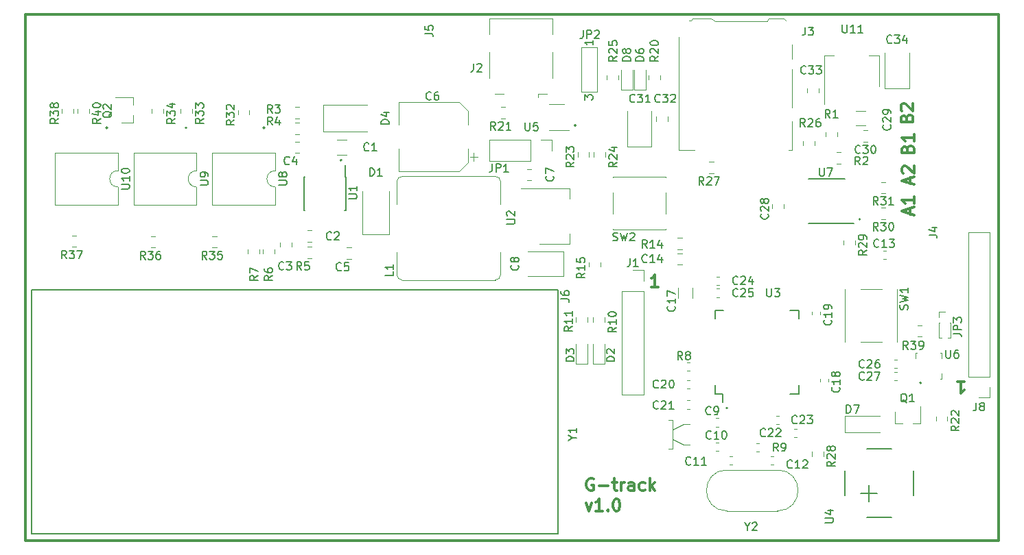
<source format=gto>
G04 #@! TF.GenerationSoftware,KiCad,Pcbnew,5.0.2-bee76a0~70~ubuntu18.04.1*
G04 #@! TF.CreationDate,2019-02-06T18:27:39+01:00*
G04 #@! TF.ProjectId,g-track,672d7472-6163-46b2-9e6b-696361645f70,rev?*
G04 #@! TF.SameCoordinates,Original*
G04 #@! TF.FileFunction,Legend,Top*
G04 #@! TF.FilePolarity,Positive*
%FSLAX46Y46*%
G04 Gerber Fmt 4.6, Leading zero omitted, Abs format (unit mm)*
G04 Created by KiCad (PCBNEW 5.0.2-bee76a0~70~ubuntu18.04.1) date 2019. febr. 6., szerda, 18:27:39 CET*
%MOMM*%
%LPD*%
G01*
G04 APERTURE LIST*
%ADD10C,0.300000*%
%ADD11C,0.200000*%
%ADD12C,0.150000*%
%ADD13C,0.120000*%
G04 APERTURE END LIST*
D10*
X168028571Y-88678571D02*
X167171428Y-88678571D01*
X167600000Y-88678571D02*
X167600000Y-87178571D01*
X167457142Y-87392857D01*
X167314285Y-87535714D01*
X167171428Y-87607142D01*
X198692857Y-67807142D02*
X198764285Y-67592857D01*
X198835714Y-67521428D01*
X198978571Y-67450000D01*
X199192857Y-67450000D01*
X199335714Y-67521428D01*
X199407142Y-67592857D01*
X199478571Y-67735714D01*
X199478571Y-68307142D01*
X197978571Y-68307142D01*
X197978571Y-67807142D01*
X198050000Y-67664285D01*
X198121428Y-67592857D01*
X198264285Y-67521428D01*
X198407142Y-67521428D01*
X198550000Y-67592857D01*
X198621428Y-67664285D01*
X198692857Y-67807142D01*
X198692857Y-68307142D01*
X198121428Y-66878571D02*
X198050000Y-66807142D01*
X197978571Y-66664285D01*
X197978571Y-66307142D01*
X198050000Y-66164285D01*
X198121428Y-66092857D01*
X198264285Y-66021428D01*
X198407142Y-66021428D01*
X198621428Y-66092857D01*
X199478571Y-66950000D01*
X199478571Y-66021428D01*
X198792857Y-71607142D02*
X198864285Y-71392857D01*
X198935714Y-71321428D01*
X199078571Y-71250000D01*
X199292857Y-71250000D01*
X199435714Y-71321428D01*
X199507142Y-71392857D01*
X199578571Y-71535714D01*
X199578571Y-72107142D01*
X198078571Y-72107142D01*
X198078571Y-71607142D01*
X198150000Y-71464285D01*
X198221428Y-71392857D01*
X198364285Y-71321428D01*
X198507142Y-71321428D01*
X198650000Y-71392857D01*
X198721428Y-71464285D01*
X198792857Y-71607142D01*
X198792857Y-72107142D01*
X199578571Y-69821428D02*
X199578571Y-70678571D01*
X199578571Y-70250000D02*
X198078571Y-70250000D01*
X198292857Y-70392857D01*
X198435714Y-70535714D01*
X198507142Y-70678571D01*
X199150000Y-75871428D02*
X199150000Y-75157142D01*
X199578571Y-76014285D02*
X198078571Y-75514285D01*
X199578571Y-75014285D01*
X198221428Y-74585714D02*
X198150000Y-74514285D01*
X198078571Y-74371428D01*
X198078571Y-74014285D01*
X198150000Y-73871428D01*
X198221428Y-73800000D01*
X198364285Y-73728571D01*
X198507142Y-73728571D01*
X198721428Y-73800000D01*
X199578571Y-74657142D01*
X199578571Y-73728571D01*
X199150000Y-79671428D02*
X199150000Y-78957142D01*
X199578571Y-79814285D02*
X198078571Y-79314285D01*
X199578571Y-78814285D01*
X199578571Y-77528571D02*
X199578571Y-78385714D01*
X199578571Y-77957142D02*
X198078571Y-77957142D01*
X198292857Y-78100000D01*
X198435714Y-78242857D01*
X198507142Y-78385714D01*
X204971428Y-100321428D02*
X205828571Y-100321428D01*
X205400000Y-100321428D02*
X205400000Y-101821428D01*
X205542857Y-101607142D01*
X205685714Y-101464285D01*
X205828571Y-101392857D01*
D11*
X157900000Y-68700000D02*
G75*
G03X157900000Y-68700000I-100000J0D01*
G01*
X100100000Y-69000000D02*
G75*
G03X100100000Y-69000000I-100000J0D01*
G01*
X109900000Y-69000000D02*
G75*
G03X109900000Y-69000000I-100000J0D01*
G01*
X119500000Y-69000000D02*
G75*
G03X119500000Y-69000000I-100000J0D01*
G01*
X129000000Y-73000000D02*
G75*
G03X129000000Y-73000000I-100000J0D01*
G01*
X176600000Y-103600000D02*
G75*
G03X176600000Y-103600000I-100000J0D01*
G01*
X200500000Y-100500000D02*
G75*
G03X200500000Y-100500000I-100000J0D01*
G01*
X193000000Y-80300000D02*
G75*
G03X193000000Y-80300000I-100000J0D01*
G01*
D10*
X160037857Y-112375000D02*
X159895000Y-112303571D01*
X159680714Y-112303571D01*
X159466428Y-112375000D01*
X159323571Y-112517857D01*
X159252142Y-112660714D01*
X159180714Y-112946428D01*
X159180714Y-113160714D01*
X159252142Y-113446428D01*
X159323571Y-113589285D01*
X159466428Y-113732142D01*
X159680714Y-113803571D01*
X159823571Y-113803571D01*
X160037857Y-113732142D01*
X160109285Y-113660714D01*
X160109285Y-113160714D01*
X159823571Y-113160714D01*
X160752142Y-113232142D02*
X161895000Y-113232142D01*
X162395000Y-112803571D02*
X162966428Y-112803571D01*
X162609285Y-112303571D02*
X162609285Y-113589285D01*
X162680714Y-113732142D01*
X162823571Y-113803571D01*
X162966428Y-113803571D01*
X163466428Y-113803571D02*
X163466428Y-112803571D01*
X163466428Y-113089285D02*
X163537857Y-112946428D01*
X163609285Y-112875000D01*
X163752142Y-112803571D01*
X163895000Y-112803571D01*
X165037857Y-113803571D02*
X165037857Y-113017857D01*
X164966428Y-112875000D01*
X164823571Y-112803571D01*
X164537857Y-112803571D01*
X164395000Y-112875000D01*
X165037857Y-113732142D02*
X164895000Y-113803571D01*
X164537857Y-113803571D01*
X164395000Y-113732142D01*
X164323571Y-113589285D01*
X164323571Y-113446428D01*
X164395000Y-113303571D01*
X164537857Y-113232142D01*
X164895000Y-113232142D01*
X165037857Y-113160714D01*
X166395000Y-113732142D02*
X166252142Y-113803571D01*
X165966428Y-113803571D01*
X165823571Y-113732142D01*
X165752142Y-113660714D01*
X165680714Y-113517857D01*
X165680714Y-113089285D01*
X165752142Y-112946428D01*
X165823571Y-112875000D01*
X165966428Y-112803571D01*
X166252142Y-112803571D01*
X166395000Y-112875000D01*
X167037857Y-113803571D02*
X167037857Y-112303571D01*
X167180714Y-113232142D02*
X167609285Y-113803571D01*
X167609285Y-112803571D02*
X167037857Y-113375000D01*
X159109285Y-115353571D02*
X159466428Y-116353571D01*
X159823571Y-115353571D01*
X161180714Y-116353571D02*
X160323571Y-116353571D01*
X160752142Y-116353571D02*
X160752142Y-114853571D01*
X160609285Y-115067857D01*
X160466428Y-115210714D01*
X160323571Y-115282142D01*
X161823571Y-116210714D02*
X161895000Y-116282142D01*
X161823571Y-116353571D01*
X161752142Y-116282142D01*
X161823571Y-116210714D01*
X161823571Y-116353571D01*
X162823571Y-114853571D02*
X162966428Y-114853571D01*
X163109285Y-114925000D01*
X163180714Y-114996428D01*
X163252142Y-115139285D01*
X163323571Y-115425000D01*
X163323571Y-115782142D01*
X163252142Y-116067857D01*
X163180714Y-116210714D01*
X163109285Y-116282142D01*
X162966428Y-116353571D01*
X162823571Y-116353571D01*
X162680714Y-116282142D01*
X162609285Y-116210714D01*
X162537857Y-116067857D01*
X162466428Y-115782142D01*
X162466428Y-115425000D01*
X162537857Y-115139285D01*
X162609285Y-114996428D01*
X162680714Y-114925000D01*
X162823571Y-114853571D01*
X90000000Y-55000000D02*
X90000000Y-120000000D01*
X210000000Y-55000000D02*
X90000000Y-55000000D01*
X210000000Y-120000000D02*
X210000000Y-55000000D01*
X90000000Y-120000000D02*
X210000000Y-120000000D01*
D12*
G04 #@! TO.C,U4*
X193050000Y-114150000D02*
X195050000Y-114150000D01*
X194050000Y-115150000D02*
X194050000Y-113150000D01*
X199550000Y-114400000D02*
X199550000Y-111400000D01*
X193800000Y-117150000D02*
X196800000Y-117150000D01*
X191050000Y-114400000D02*
X191050000Y-111400000D01*
X196800000Y-108650000D02*
X193800000Y-108650000D01*
D13*
G04 #@! TO.C,D4*
X126700000Y-66150000D02*
X126700000Y-69450000D01*
X126700000Y-69450000D02*
X132100000Y-69450000D01*
X126700000Y-66150000D02*
X132100000Y-66150000D01*
G04 #@! TO.C,D1*
X131550000Y-82200000D02*
X134850000Y-82200000D01*
X134850000Y-82200000D02*
X134850000Y-76800000D01*
X131550000Y-82200000D02*
X131550000Y-76800000D01*
G04 #@! TO.C,U8*
X120770000Y-76300000D02*
G75*
G02X120770000Y-74300000I0J1000000D01*
G01*
X120770000Y-74300000D02*
X120770000Y-72065000D01*
X120770000Y-72065000D02*
X113030000Y-72065000D01*
X113030000Y-72065000D02*
X113030000Y-78535000D01*
X113030000Y-78535000D02*
X120770000Y-78535000D01*
X120770000Y-78535000D02*
X120770000Y-76300000D01*
G04 #@! TO.C,U9*
X111070000Y-78535000D02*
X111070000Y-76300000D01*
X103330000Y-78535000D02*
X111070000Y-78535000D01*
X103330000Y-72065000D02*
X103330000Y-78535000D01*
X111070000Y-72065000D02*
X103330000Y-72065000D01*
X111070000Y-74300000D02*
X111070000Y-72065000D01*
X111070000Y-76300000D02*
G75*
G02X111070000Y-74300000I0J1000000D01*
G01*
G04 #@! TO.C,U10*
X101370000Y-76300000D02*
G75*
G02X101370000Y-74300000I0J1000000D01*
G01*
X101370000Y-74300000D02*
X101370000Y-72065000D01*
X101370000Y-72065000D02*
X93630000Y-72065000D01*
X93630000Y-72065000D02*
X93630000Y-78535000D01*
X93630000Y-78535000D02*
X101370000Y-78535000D01*
X101370000Y-78535000D02*
X101370000Y-76300000D01*
G04 #@! TO.C,C27*
X197471267Y-100210000D02*
X197128733Y-100210000D01*
X197471267Y-99190000D02*
X197128733Y-99190000D01*
G04 #@! TO.C,C26*
X197471267Y-98710000D02*
X197128733Y-98710000D01*
X197471267Y-97690000D02*
X197128733Y-97690000D01*
G04 #@! TO.C,R35*
X113561252Y-83810000D02*
X113038748Y-83810000D01*
X113561252Y-82390000D02*
X113038748Y-82390000D01*
G04 #@! TO.C,R8*
X171971267Y-99010000D02*
X171628733Y-99010000D01*
X171971267Y-97990000D02*
X171628733Y-97990000D01*
G04 #@! TO.C,C32*
X167790000Y-68161252D02*
X167790000Y-67638748D01*
X169210000Y-68161252D02*
X169210000Y-67638748D01*
G04 #@! TO.C,R30*
X196061252Y-80310000D02*
X195538748Y-80310000D01*
X196061252Y-78890000D02*
X195538748Y-78890000D01*
G04 #@! TO.C,R31*
X196061252Y-75690000D02*
X195538748Y-75690000D01*
X196061252Y-77110000D02*
X195538748Y-77110000D01*
D12*
G04 #@! TO.C,U3*
X175025000Y-101875000D02*
X176025000Y-101875000D01*
X175025000Y-91525000D02*
X176100000Y-91525000D01*
X185375000Y-91525000D02*
X184300000Y-91525000D01*
X185375000Y-101875000D02*
X184300000Y-101875000D01*
X175025000Y-101875000D02*
X175025000Y-100800000D01*
X185375000Y-101875000D02*
X185375000Y-100800000D01*
X185375000Y-91525000D02*
X185375000Y-92600000D01*
X175025000Y-91525000D02*
X175025000Y-92600000D01*
X176025000Y-101875000D02*
X176025000Y-102900000D01*
D13*
G04 #@! TO.C,R1*
X188690000Y-69538748D02*
X188690000Y-70061252D01*
X190110000Y-69538748D02*
X190110000Y-70061252D01*
G04 #@! TO.C,C10*
X175153733Y-107890000D02*
X175496267Y-107890000D01*
X175153733Y-108910000D02*
X175496267Y-108910000D01*
G04 #@! TO.C,SW1*
X191070000Y-88970000D02*
X191100000Y-88970000D01*
X197530000Y-88970000D02*
X197500000Y-88970000D01*
X197530000Y-95430000D02*
X197500000Y-95430000D01*
X191100000Y-95430000D02*
X191070000Y-95430000D01*
X193000000Y-88970000D02*
X195600000Y-88970000D01*
X191070000Y-95430000D02*
X191070000Y-88970000D01*
X193000000Y-95430000D02*
X195600000Y-95430000D01*
X197530000Y-95430000D02*
X197530000Y-88970000D01*
G04 #@! TO.C,J8*
X208930000Y-81890000D02*
X206270000Y-81890000D01*
X208930000Y-99730000D02*
X208930000Y-81890000D01*
X206270000Y-99730000D02*
X206270000Y-81890000D01*
X208930000Y-99730000D02*
X206270000Y-99730000D01*
X208930000Y-101000000D02*
X208930000Y-102330000D01*
X208930000Y-102330000D02*
X207600000Y-102330000D01*
G04 #@! TO.C,JP3*
X202705000Y-94960000D02*
X203005507Y-94960000D01*
X203794493Y-94960000D02*
X204095000Y-94960000D01*
X202705000Y-93085000D02*
X202705000Y-94960000D01*
X204095000Y-93085000D02*
X204095000Y-94960000D01*
X202705000Y-93085000D02*
X202791724Y-93085000D01*
X204008276Y-93085000D02*
X204095000Y-93085000D01*
X202705000Y-92400000D02*
X202705000Y-91715000D01*
X202705000Y-91715000D02*
X203400000Y-91715000D01*
G04 #@! TO.C,R20*
X168310000Y-62538748D02*
X168310000Y-63061252D01*
X166890000Y-62538748D02*
X166890000Y-63061252D01*
D12*
G04 #@! TO.C,J6*
X155700000Y-119200000D02*
X155700000Y-89000000D01*
X90700000Y-119200000D02*
X155700000Y-119200000D01*
X90700000Y-89000000D02*
X90700000Y-119200000D01*
X155700000Y-89000000D02*
X90700000Y-89000000D01*
D13*
G04 #@! TO.C,R7*
X118810000Y-84038748D02*
X118810000Y-84561252D01*
X117390000Y-84038748D02*
X117390000Y-84561252D01*
G04 #@! TO.C,R6*
X119290000Y-84561252D02*
X119290000Y-84038748D01*
X120710000Y-84561252D02*
X120710000Y-84038748D01*
G04 #@! TO.C,R9*
X180128733Y-107990000D02*
X180471267Y-107990000D01*
X180128733Y-109010000D02*
X180471267Y-109010000D01*
G04 #@! TO.C,R3*
X123238748Y-66390000D02*
X123761252Y-66390000D01*
X123238748Y-67810000D02*
X123761252Y-67810000D01*
G04 #@! TO.C,R2*
X190038748Y-71990000D02*
X190561252Y-71990000D01*
X190038748Y-73410000D02*
X190561252Y-73410000D01*
G04 #@! TO.C,C1*
X128397936Y-70490000D02*
X129602064Y-70490000D01*
X128397936Y-72310000D02*
X129602064Y-72310000D01*
G04 #@! TO.C,C2*
X124738748Y-83110000D02*
X125261252Y-83110000D01*
X124738748Y-81690000D02*
X125261252Y-81690000D01*
G04 #@! TO.C,C3*
X121390000Y-83138748D02*
X121390000Y-83661252D01*
X122810000Y-83138748D02*
X122810000Y-83661252D01*
G04 #@! TO.C,C4*
X123761252Y-72110000D02*
X123238748Y-72110000D01*
X123761252Y-70690000D02*
X123238748Y-70690000D01*
G04 #@! TO.C,C5*
X130161252Y-85210000D02*
X129638748Y-85210000D01*
X130161252Y-83790000D02*
X129638748Y-83790000D01*
G04 #@! TO.C,C6*
X136040000Y-65840000D02*
X136040000Y-68590000D01*
X136040000Y-74360000D02*
X136040000Y-71610000D01*
X143495563Y-74360000D02*
X136040000Y-74360000D01*
X143495563Y-65840000D02*
X136040000Y-65840000D01*
X144560000Y-66904437D02*
X144560000Y-68590000D01*
X144560000Y-73295563D02*
X144560000Y-71610000D01*
X144560000Y-73295563D02*
X143495563Y-74360000D01*
X144560000Y-66904437D02*
X143495563Y-65840000D01*
X145800000Y-72610000D02*
X144800000Y-72610000D01*
X145300000Y-73110000D02*
X145300000Y-72110000D01*
G04 #@! TO.C,C7*
X152361252Y-75510000D02*
X151838748Y-75510000D01*
X152361252Y-74090000D02*
X151838748Y-74090000D01*
G04 #@! TO.C,C8*
X151950000Y-87310000D02*
X156335000Y-87310000D01*
X156335000Y-87310000D02*
X156335000Y-84290000D01*
X156335000Y-84290000D02*
X151950000Y-84290000D01*
G04 #@! TO.C,C9*
X175128733Y-105910000D02*
X175471267Y-105910000D01*
X175128733Y-104890000D02*
X175471267Y-104890000D01*
G04 #@! TO.C,C11*
X177171267Y-110610000D02*
X176828733Y-110610000D01*
X177171267Y-109590000D02*
X176828733Y-109590000D01*
G04 #@! TO.C,C12*
X181928733Y-110610000D02*
X182271267Y-110610000D01*
X181928733Y-109590000D02*
X182271267Y-109590000D01*
G04 #@! TO.C,C13*
X196171267Y-84190000D02*
X195828733Y-84190000D01*
X196171267Y-85210000D02*
X195828733Y-85210000D01*
G04 #@! TO.C,C14*
X170961252Y-84490000D02*
X170438748Y-84490000D01*
X170961252Y-85910000D02*
X170438748Y-85910000D01*
G04 #@! TO.C,C17*
X170490000Y-88797936D02*
X170490000Y-90002064D01*
X172310000Y-88797936D02*
X172310000Y-90002064D01*
G04 #@! TO.C,C18*
X189010000Y-100028733D02*
X189010000Y-100371267D01*
X187990000Y-100028733D02*
X187990000Y-100371267D01*
G04 #@! TO.C,C19*
X186990000Y-91728733D02*
X186990000Y-92071267D01*
X188010000Y-91728733D02*
X188010000Y-92071267D01*
G04 #@! TO.C,C20*
X171971267Y-101210000D02*
X171628733Y-101210000D01*
X171971267Y-100190000D02*
X171628733Y-100190000D01*
G04 #@! TO.C,C21*
X171971267Y-102690000D02*
X171628733Y-102690000D01*
X171971267Y-103710000D02*
X171628733Y-103710000D01*
G04 #@! TO.C,C22*
X185171267Y-107210000D02*
X184828733Y-107210000D01*
X185171267Y-106190000D02*
X184828733Y-106190000D01*
G04 #@! TO.C,C23*
X182971267Y-104590000D02*
X182628733Y-104590000D01*
X182971267Y-105610000D02*
X182628733Y-105610000D01*
G04 #@! TO.C,C24*
X175228733Y-88410000D02*
X175571267Y-88410000D01*
X175228733Y-87390000D02*
X175571267Y-87390000D01*
G04 #@! TO.C,C25*
X175228733Y-88890000D02*
X175571267Y-88890000D01*
X175228733Y-89910000D02*
X175571267Y-89910000D01*
G04 #@! TO.C,C28*
X182090000Y-78438748D02*
X182090000Y-78961252D01*
X183510000Y-78438748D02*
X183510000Y-78961252D01*
G04 #@! TO.C,C29*
X193602064Y-68710000D02*
X192397936Y-68710000D01*
X193602064Y-66890000D02*
X192397936Y-66890000D01*
G04 #@! TO.C,C30*
X193861252Y-70710000D02*
X193338748Y-70710000D01*
X193861252Y-69290000D02*
X193338748Y-69290000D01*
G04 #@! TO.C,C31*
X167210000Y-71335000D02*
X167210000Y-66950000D01*
X164190000Y-71335000D02*
X167210000Y-71335000D01*
X164190000Y-66950000D02*
X164190000Y-71335000D01*
G04 #@! TO.C,D2*
X159965000Y-95700000D02*
X159965000Y-98160000D01*
X159965000Y-98160000D02*
X161435000Y-98160000D01*
X161435000Y-98160000D02*
X161435000Y-95700000D01*
G04 #@! TO.C,D3*
X159335000Y-98160000D02*
X159335000Y-95700000D01*
X157865000Y-98160000D02*
X159335000Y-98160000D01*
X157865000Y-95700000D02*
X157865000Y-98160000D01*
G04 #@! TO.C,D6*
X165065000Y-61800000D02*
X165065000Y-64260000D01*
X165065000Y-64260000D02*
X166535000Y-64260000D01*
X166535000Y-64260000D02*
X166535000Y-61800000D01*
G04 #@! TO.C,D7*
X195350000Y-104600000D02*
X191050000Y-104600000D01*
X191050000Y-104600000D02*
X191050000Y-106600000D01*
X191050000Y-106600000D02*
X195350000Y-106600000D01*
G04 #@! TO.C,D8*
X164935000Y-64260000D02*
X164935000Y-61800000D01*
X163465000Y-64260000D02*
X164935000Y-64260000D01*
X163465000Y-61800000D02*
X163465000Y-64260000D01*
G04 #@! TO.C,J1*
X163570000Y-89170000D02*
X166230000Y-89170000D01*
X163570000Y-89170000D02*
X163570000Y-101930000D01*
X163570000Y-101930000D02*
X166230000Y-101930000D01*
X166230000Y-89170000D02*
X166230000Y-101930000D01*
X166230000Y-86570000D02*
X166230000Y-87900000D01*
X164900000Y-86570000D02*
X166230000Y-86570000D01*
G04 #@! TO.C,J2*
X147190000Y-55490000D02*
X155010000Y-55490000D01*
X153210000Y-64810000D02*
X153210000Y-65240000D01*
X147190000Y-55490000D02*
X147190000Y-57440000D01*
X147190000Y-59660000D02*
X147190000Y-62890000D01*
X148990000Y-64810000D02*
X147910000Y-64810000D01*
X154290000Y-64810000D02*
X153210000Y-64810000D01*
X155010000Y-59660000D02*
X155010000Y-62890000D01*
X155010000Y-55490000D02*
X155010000Y-57440000D01*
G04 #@! TO.C,J3*
X174595000Y-55515000D02*
X175105000Y-55865000D01*
X172085000Y-55715000D02*
X171825000Y-55715000D01*
X172285000Y-55515000D02*
X172085000Y-55715000D01*
X181685000Y-55515000D02*
X181475000Y-55715000D01*
X181475000Y-55865000D02*
X181475000Y-55715000D01*
X181475000Y-55865000D02*
X175105000Y-55865000D01*
X184575000Y-60475000D02*
X184575000Y-58675000D01*
X184575000Y-66475000D02*
X184575000Y-61775000D01*
X183545000Y-55515000D02*
X183745000Y-55715000D01*
X183545000Y-55515000D02*
X181685000Y-55515000D01*
X172285000Y-55515000D02*
X174595000Y-55515000D01*
X184575000Y-71785000D02*
X184575000Y-68175000D01*
X184125000Y-71785000D02*
X184575000Y-71785000D01*
X170605000Y-71785000D02*
X170605000Y-57775000D01*
X172525000Y-71785000D02*
X170605000Y-71785000D01*
G04 #@! TO.C,JP1*
X147190000Y-70470000D02*
X147190000Y-73130000D01*
X152330000Y-70470000D02*
X147190000Y-70470000D01*
X152330000Y-73130000D02*
X147190000Y-73130000D01*
X152330000Y-70470000D02*
X152330000Y-73130000D01*
X153600000Y-70470000D02*
X154930000Y-70470000D01*
X154930000Y-70470000D02*
X154930000Y-71800000D01*
G04 #@! TO.C,JP2*
X158550000Y-59050000D02*
X160500000Y-59050000D01*
X158550000Y-64550000D02*
X158550000Y-59050000D01*
X160500000Y-64550000D02*
X158550000Y-64550000D01*
X160500000Y-59050000D02*
X160500000Y-64550000D01*
G04 #@! TO.C,L1*
X136450000Y-75000000D02*
X147950000Y-75000000D01*
X135800000Y-75650000D02*
X135800000Y-78400000D01*
X147950000Y-87800000D02*
X136450000Y-87800000D01*
X148600000Y-75650000D02*
X148600000Y-78400000D01*
X135800000Y-84400000D02*
X135800000Y-87150000D01*
X148600000Y-84400000D02*
X148600000Y-87150000D01*
X135800000Y-75650000D02*
G75*
G02X136450000Y-75000000I650000J0D01*
G01*
X136450000Y-87800000D02*
G75*
G02X135800000Y-87150000I0J650000D01*
G01*
X148600000Y-87150000D02*
G75*
G02X147950000Y-87800000I-650000J0D01*
G01*
X147950000Y-75000000D02*
G75*
G02X148600000Y-75650000I0J-650000D01*
G01*
G04 #@! TO.C,Q1*
X197220000Y-105560000D02*
X197220000Y-104100000D01*
X200380000Y-105560000D02*
X200380000Y-103400000D01*
X200380000Y-105560000D02*
X199450000Y-105560000D01*
X197220000Y-105560000D02*
X198150000Y-105560000D01*
G04 #@! TO.C,Q2*
X103260000Y-68380000D02*
X103260000Y-67450000D01*
X103260000Y-65220000D02*
X103260000Y-66150000D01*
X103260000Y-65220000D02*
X101100000Y-65220000D01*
X103260000Y-68380000D02*
X101800000Y-68380000D01*
G04 #@! TO.C,R4*
X123761252Y-68390000D02*
X123238748Y-68390000D01*
X123761252Y-69810000D02*
X123238748Y-69810000D01*
G04 #@! TO.C,R5*
X125261252Y-85110000D02*
X124738748Y-85110000D01*
X125261252Y-83690000D02*
X124738748Y-83690000D01*
G04 #@! TO.C,R10*
X159990000Y-92438748D02*
X159990000Y-92961252D01*
X161410000Y-92438748D02*
X161410000Y-92961252D01*
G04 #@! TO.C,R11*
X157890000Y-92438748D02*
X157890000Y-92961252D01*
X159310000Y-92438748D02*
X159310000Y-92961252D01*
G04 #@! TO.C,R14*
X170438748Y-84010000D02*
X170961252Y-84010000D01*
X170438748Y-82590000D02*
X170961252Y-82590000D01*
G04 #@! TO.C,R15*
X160910000Y-86161252D02*
X160910000Y-85638748D01*
X159490000Y-86161252D02*
X159490000Y-85638748D01*
G04 #@! TO.C,R21*
X149161252Y-67810000D02*
X148638748Y-67810000D01*
X149161252Y-66390000D02*
X148638748Y-66390000D01*
G04 #@! TO.C,R22*
X203710000Y-104638748D02*
X203710000Y-105161252D01*
X202290000Y-104638748D02*
X202290000Y-105161252D01*
G04 #@! TO.C,R23*
X159510000Y-72561252D02*
X159510000Y-72038748D01*
X158090000Y-72561252D02*
X158090000Y-72038748D01*
G04 #@! TO.C,R24*
X161510000Y-72038748D02*
X161510000Y-72561252D01*
X160090000Y-72038748D02*
X160090000Y-72561252D01*
G04 #@! TO.C,R25*
X161690000Y-63061252D02*
X161690000Y-62538748D01*
X163110000Y-63061252D02*
X163110000Y-62538748D01*
G04 #@! TO.C,R26*
X185890000Y-71161252D02*
X185890000Y-70638748D01*
X187310000Y-71161252D02*
X187310000Y-70638748D01*
G04 #@! TO.C,R27*
X174338748Y-74610000D02*
X174861252Y-74610000D01*
X174338748Y-73190000D02*
X174861252Y-73190000D01*
G04 #@! TO.C,R28*
X188410000Y-109561252D02*
X188410000Y-109038748D01*
X186990000Y-109561252D02*
X186990000Y-109038748D01*
G04 #@! TO.C,R29*
X190890000Y-83461252D02*
X190890000Y-82938748D01*
X192310000Y-83461252D02*
X192310000Y-82938748D01*
G04 #@! TO.C,R32*
X117610000Y-66838748D02*
X117610000Y-67361252D01*
X116190000Y-66838748D02*
X116190000Y-67361252D01*
G04 #@! TO.C,R33*
X109090000Y-66638748D02*
X109090000Y-67161252D01*
X110510000Y-66638748D02*
X110510000Y-67161252D01*
G04 #@! TO.C,R34*
X105590000Y-66638748D02*
X105590000Y-67161252D01*
X107010000Y-66638748D02*
X107010000Y-67161252D01*
G04 #@! TO.C,R36*
X105438748Y-83810000D02*
X105961252Y-83810000D01*
X105438748Y-82390000D02*
X105961252Y-82390000D01*
G04 #@! TO.C,R37*
X95738748Y-83710000D02*
X96261252Y-83710000D01*
X95738748Y-82290000D02*
X96261252Y-82290000D01*
G04 #@! TO.C,R38*
X95910000Y-67161252D02*
X95910000Y-66638748D01*
X94490000Y-67161252D02*
X94490000Y-66638748D01*
G04 #@! TO.C,R39*
X200038748Y-93390000D02*
X200561252Y-93390000D01*
X200038748Y-94810000D02*
X200561252Y-94810000D01*
G04 #@! TO.C,R40*
X97810000Y-66638748D02*
X97810000Y-67161252D01*
X96390000Y-66638748D02*
X96390000Y-67161252D01*
G04 #@! TO.C,SW2*
X162470000Y-81530000D02*
X162470000Y-81500000D01*
X162470000Y-75070000D02*
X162470000Y-75100000D01*
X168930000Y-75070000D02*
X168930000Y-75100000D01*
X168930000Y-81500000D02*
X168930000Y-81530000D01*
X162470000Y-79600000D02*
X162470000Y-77000000D01*
X168930000Y-81530000D02*
X162470000Y-81530000D01*
X168930000Y-79600000D02*
X168930000Y-77000000D01*
X168930000Y-75070000D02*
X162470000Y-75070000D01*
D12*
G04 #@! TO.C,U1*
X129475000Y-75025000D02*
X129425000Y-75025000D01*
X129475000Y-79175000D02*
X129330000Y-79175000D01*
X124325000Y-79175000D02*
X124470000Y-79175000D01*
X124325000Y-75025000D02*
X124470000Y-75025000D01*
X129475000Y-75025000D02*
X129475000Y-79175000D01*
X124325000Y-75025000D02*
X124325000Y-79175000D01*
X129425000Y-75025000D02*
X129425000Y-73625000D01*
D13*
G04 #@! TO.C,U2*
X157110000Y-83310000D02*
X157110000Y-82050000D01*
X157110000Y-76490000D02*
X157110000Y-77750000D01*
X153350000Y-83310000D02*
X157110000Y-83310000D01*
X151100000Y-76490000D02*
X157110000Y-76490000D01*
G04 #@! TO.C,U5*
X156400000Y-66090000D02*
X154600000Y-66090000D01*
X154600000Y-69310000D02*
X157050000Y-69310000D01*
G04 #@! TO.C,U6*
X199790000Y-97465000D02*
X199790000Y-96790000D01*
X199790000Y-96790000D02*
X199965000Y-96790000D01*
X203010000Y-97465000D02*
X203010000Y-96790000D01*
X203010000Y-96790000D02*
X202835000Y-96790000D01*
X203010000Y-99335000D02*
X203010000Y-100010000D01*
X203010000Y-100010000D02*
X202835000Y-100010000D01*
D12*
G04 #@! TO.C,U7*
X191050000Y-75275000D02*
X186550000Y-75275000D01*
X192175000Y-80825000D02*
X186550000Y-80825000D01*
D13*
G04 #@! TO.C,Y1*
X169300000Y-105070000D02*
X169800000Y-105070000D01*
X169800000Y-105070000D02*
X169800000Y-108670000D01*
X169800000Y-108670000D02*
X169300000Y-108670000D01*
X169800000Y-106270000D02*
X171200000Y-105600000D01*
X171200000Y-105600000D02*
X171900000Y-105600000D01*
X169800000Y-107470000D02*
X171200000Y-108140000D01*
X171200000Y-108140000D02*
X171900000Y-108140000D01*
G04 #@! TO.C,Y2*
X176515000Y-111275000D02*
X182765000Y-111275000D01*
X176515000Y-116325000D02*
X182765000Y-116325000D01*
X176515000Y-116325000D02*
G75*
G02X176515000Y-111275000I0J2525000D01*
G01*
X182765000Y-116325000D02*
G75*
G03X182765000Y-111275000I0J2525000D01*
G01*
G04 #@! TO.C,C33*
X186390000Y-64661252D02*
X186390000Y-64138748D01*
X187810000Y-64661252D02*
X187810000Y-64138748D01*
G04 #@! TO.C,C34*
X195990000Y-59750000D02*
X195990000Y-64135000D01*
X195990000Y-64135000D02*
X199010000Y-64135000D01*
X199010000Y-64135000D02*
X199010000Y-59750000D01*
G04 #@! TO.C,U11*
X195310000Y-60090000D02*
X194050000Y-60090000D01*
X188490000Y-60090000D02*
X189750000Y-60090000D01*
X195310000Y-63850000D02*
X195310000Y-60090000D01*
X188490000Y-66100000D02*
X188490000Y-60090000D01*
G04 #@! TD*
G04 #@! TO.C,U4*
D12*
X188652380Y-117761904D02*
X189461904Y-117761904D01*
X189557142Y-117714285D01*
X189604761Y-117666666D01*
X189652380Y-117571428D01*
X189652380Y-117380952D01*
X189604761Y-117285714D01*
X189557142Y-117238095D01*
X189461904Y-117190476D01*
X188652380Y-117190476D01*
X188985714Y-116285714D02*
X189652380Y-116285714D01*
X188604761Y-116523809D02*
X189319047Y-116761904D01*
X189319047Y-116142857D01*
G04 #@! TO.C,D4*
X134852380Y-68538095D02*
X133852380Y-68538095D01*
X133852380Y-68300000D01*
X133900000Y-68157142D01*
X133995238Y-68061904D01*
X134090476Y-68014285D01*
X134280952Y-67966666D01*
X134423809Y-67966666D01*
X134614285Y-68014285D01*
X134709523Y-68061904D01*
X134804761Y-68157142D01*
X134852380Y-68300000D01*
X134852380Y-68538095D01*
X134185714Y-67109523D02*
X134852380Y-67109523D01*
X133804761Y-67347619D02*
X134519047Y-67585714D01*
X134519047Y-66966666D01*
G04 #@! TO.C,D1*
X132461904Y-74952380D02*
X132461904Y-73952380D01*
X132700000Y-73952380D01*
X132842857Y-74000000D01*
X132938095Y-74095238D01*
X132985714Y-74190476D01*
X133033333Y-74380952D01*
X133033333Y-74523809D01*
X132985714Y-74714285D01*
X132938095Y-74809523D01*
X132842857Y-74904761D01*
X132700000Y-74952380D01*
X132461904Y-74952380D01*
X133985714Y-74952380D02*
X133414285Y-74952380D01*
X133700000Y-74952380D02*
X133700000Y-73952380D01*
X133604761Y-74095238D01*
X133509523Y-74190476D01*
X133414285Y-74238095D01*
G04 #@! TO.C,U8*
X121222380Y-76061904D02*
X122031904Y-76061904D01*
X122127142Y-76014285D01*
X122174761Y-75966666D01*
X122222380Y-75871428D01*
X122222380Y-75680952D01*
X122174761Y-75585714D01*
X122127142Y-75538095D01*
X122031904Y-75490476D01*
X121222380Y-75490476D01*
X121650952Y-74871428D02*
X121603333Y-74966666D01*
X121555714Y-75014285D01*
X121460476Y-75061904D01*
X121412857Y-75061904D01*
X121317619Y-75014285D01*
X121270000Y-74966666D01*
X121222380Y-74871428D01*
X121222380Y-74680952D01*
X121270000Y-74585714D01*
X121317619Y-74538095D01*
X121412857Y-74490476D01*
X121460476Y-74490476D01*
X121555714Y-74538095D01*
X121603333Y-74585714D01*
X121650952Y-74680952D01*
X121650952Y-74871428D01*
X121698571Y-74966666D01*
X121746190Y-75014285D01*
X121841428Y-75061904D01*
X122031904Y-75061904D01*
X122127142Y-75014285D01*
X122174761Y-74966666D01*
X122222380Y-74871428D01*
X122222380Y-74680952D01*
X122174761Y-74585714D01*
X122127142Y-74538095D01*
X122031904Y-74490476D01*
X121841428Y-74490476D01*
X121746190Y-74538095D01*
X121698571Y-74585714D01*
X121650952Y-74680952D01*
G04 #@! TO.C,U9*
X111522380Y-76061904D02*
X112331904Y-76061904D01*
X112427142Y-76014285D01*
X112474761Y-75966666D01*
X112522380Y-75871428D01*
X112522380Y-75680952D01*
X112474761Y-75585714D01*
X112427142Y-75538095D01*
X112331904Y-75490476D01*
X111522380Y-75490476D01*
X112522380Y-74966666D02*
X112522380Y-74776190D01*
X112474761Y-74680952D01*
X112427142Y-74633333D01*
X112284285Y-74538095D01*
X112093809Y-74490476D01*
X111712857Y-74490476D01*
X111617619Y-74538095D01*
X111570000Y-74585714D01*
X111522380Y-74680952D01*
X111522380Y-74871428D01*
X111570000Y-74966666D01*
X111617619Y-75014285D01*
X111712857Y-75061904D01*
X111950952Y-75061904D01*
X112046190Y-75014285D01*
X112093809Y-74966666D01*
X112141428Y-74871428D01*
X112141428Y-74680952D01*
X112093809Y-74585714D01*
X112046190Y-74538095D01*
X111950952Y-74490476D01*
G04 #@! TO.C,U10*
X101822380Y-76538095D02*
X102631904Y-76538095D01*
X102727142Y-76490476D01*
X102774761Y-76442857D01*
X102822380Y-76347619D01*
X102822380Y-76157142D01*
X102774761Y-76061904D01*
X102727142Y-76014285D01*
X102631904Y-75966666D01*
X101822380Y-75966666D01*
X102822380Y-74966666D02*
X102822380Y-75538095D01*
X102822380Y-75252380D02*
X101822380Y-75252380D01*
X101965238Y-75347619D01*
X102060476Y-75442857D01*
X102108095Y-75538095D01*
X101822380Y-74347619D02*
X101822380Y-74252380D01*
X101870000Y-74157142D01*
X101917619Y-74109523D01*
X102012857Y-74061904D01*
X102203333Y-74014285D01*
X102441428Y-74014285D01*
X102631904Y-74061904D01*
X102727142Y-74109523D01*
X102774761Y-74157142D01*
X102822380Y-74252380D01*
X102822380Y-74347619D01*
X102774761Y-74442857D01*
X102727142Y-74490476D01*
X102631904Y-74538095D01*
X102441428Y-74585714D01*
X102203333Y-74585714D01*
X102012857Y-74538095D01*
X101917619Y-74490476D01*
X101870000Y-74442857D01*
X101822380Y-74347619D01*
G04 #@! TO.C,J5*
X139252380Y-57333333D02*
X139966666Y-57333333D01*
X140109523Y-57380952D01*
X140204761Y-57476190D01*
X140252380Y-57619047D01*
X140252380Y-57714285D01*
X139252380Y-56380952D02*
X139252380Y-56857142D01*
X139728571Y-56904761D01*
X139680952Y-56857142D01*
X139633333Y-56761904D01*
X139633333Y-56523809D01*
X139680952Y-56428571D01*
X139728571Y-56380952D01*
X139823809Y-56333333D01*
X140061904Y-56333333D01*
X140157142Y-56380952D01*
X140204761Y-56428571D01*
X140252380Y-56523809D01*
X140252380Y-56761904D01*
X140204761Y-56857142D01*
X140157142Y-56904761D01*
G04 #@! TO.C,J4*
X201452380Y-82233333D02*
X202166666Y-82233333D01*
X202309523Y-82280952D01*
X202404761Y-82376190D01*
X202452380Y-82519047D01*
X202452380Y-82614285D01*
X201785714Y-81328571D02*
X202452380Y-81328571D01*
X201404761Y-81566666D02*
X202119047Y-81804761D01*
X202119047Y-81185714D01*
G04 #@! TO.C,C27*
X193457142Y-100057142D02*
X193409523Y-100104761D01*
X193266666Y-100152380D01*
X193171428Y-100152380D01*
X193028571Y-100104761D01*
X192933333Y-100009523D01*
X192885714Y-99914285D01*
X192838095Y-99723809D01*
X192838095Y-99580952D01*
X192885714Y-99390476D01*
X192933333Y-99295238D01*
X193028571Y-99200000D01*
X193171428Y-99152380D01*
X193266666Y-99152380D01*
X193409523Y-99200000D01*
X193457142Y-99247619D01*
X193838095Y-99247619D02*
X193885714Y-99200000D01*
X193980952Y-99152380D01*
X194219047Y-99152380D01*
X194314285Y-99200000D01*
X194361904Y-99247619D01*
X194409523Y-99342857D01*
X194409523Y-99438095D01*
X194361904Y-99580952D01*
X193790476Y-100152380D01*
X194409523Y-100152380D01*
X194742857Y-99152380D02*
X195409523Y-99152380D01*
X194980952Y-100152380D01*
G04 #@! TO.C,C26*
X193457142Y-98557142D02*
X193409523Y-98604761D01*
X193266666Y-98652380D01*
X193171428Y-98652380D01*
X193028571Y-98604761D01*
X192933333Y-98509523D01*
X192885714Y-98414285D01*
X192838095Y-98223809D01*
X192838095Y-98080952D01*
X192885714Y-97890476D01*
X192933333Y-97795238D01*
X193028571Y-97700000D01*
X193171428Y-97652380D01*
X193266666Y-97652380D01*
X193409523Y-97700000D01*
X193457142Y-97747619D01*
X193838095Y-97747619D02*
X193885714Y-97700000D01*
X193980952Y-97652380D01*
X194219047Y-97652380D01*
X194314285Y-97700000D01*
X194361904Y-97747619D01*
X194409523Y-97842857D01*
X194409523Y-97938095D01*
X194361904Y-98080952D01*
X193790476Y-98652380D01*
X194409523Y-98652380D01*
X195266666Y-97652380D02*
X195076190Y-97652380D01*
X194980952Y-97700000D01*
X194933333Y-97747619D01*
X194838095Y-97890476D01*
X194790476Y-98080952D01*
X194790476Y-98461904D01*
X194838095Y-98557142D01*
X194885714Y-98604761D01*
X194980952Y-98652380D01*
X195171428Y-98652380D01*
X195266666Y-98604761D01*
X195314285Y-98557142D01*
X195361904Y-98461904D01*
X195361904Y-98223809D01*
X195314285Y-98128571D01*
X195266666Y-98080952D01*
X195171428Y-98033333D01*
X194980952Y-98033333D01*
X194885714Y-98080952D01*
X194838095Y-98128571D01*
X194790476Y-98223809D01*
G04 #@! TO.C,R35*
X112357142Y-85252380D02*
X112023809Y-84776190D01*
X111785714Y-85252380D02*
X111785714Y-84252380D01*
X112166666Y-84252380D01*
X112261904Y-84300000D01*
X112309523Y-84347619D01*
X112357142Y-84442857D01*
X112357142Y-84585714D01*
X112309523Y-84680952D01*
X112261904Y-84728571D01*
X112166666Y-84776190D01*
X111785714Y-84776190D01*
X112690476Y-84252380D02*
X113309523Y-84252380D01*
X112976190Y-84633333D01*
X113119047Y-84633333D01*
X113214285Y-84680952D01*
X113261904Y-84728571D01*
X113309523Y-84823809D01*
X113309523Y-85061904D01*
X113261904Y-85157142D01*
X113214285Y-85204761D01*
X113119047Y-85252380D01*
X112833333Y-85252380D01*
X112738095Y-85204761D01*
X112690476Y-85157142D01*
X114214285Y-84252380D02*
X113738095Y-84252380D01*
X113690476Y-84728571D01*
X113738095Y-84680952D01*
X113833333Y-84633333D01*
X114071428Y-84633333D01*
X114166666Y-84680952D01*
X114214285Y-84728571D01*
X114261904Y-84823809D01*
X114261904Y-85061904D01*
X114214285Y-85157142D01*
X114166666Y-85204761D01*
X114071428Y-85252380D01*
X113833333Y-85252380D01*
X113738095Y-85204761D01*
X113690476Y-85157142D01*
G04 #@! TO.C,R8*
X171033333Y-97652380D02*
X170700000Y-97176190D01*
X170461904Y-97652380D02*
X170461904Y-96652380D01*
X170842857Y-96652380D01*
X170938095Y-96700000D01*
X170985714Y-96747619D01*
X171033333Y-96842857D01*
X171033333Y-96985714D01*
X170985714Y-97080952D01*
X170938095Y-97128571D01*
X170842857Y-97176190D01*
X170461904Y-97176190D01*
X171604761Y-97080952D02*
X171509523Y-97033333D01*
X171461904Y-96985714D01*
X171414285Y-96890476D01*
X171414285Y-96842857D01*
X171461904Y-96747619D01*
X171509523Y-96700000D01*
X171604761Y-96652380D01*
X171795238Y-96652380D01*
X171890476Y-96700000D01*
X171938095Y-96747619D01*
X171985714Y-96842857D01*
X171985714Y-96890476D01*
X171938095Y-96985714D01*
X171890476Y-97033333D01*
X171795238Y-97080952D01*
X171604761Y-97080952D01*
X171509523Y-97128571D01*
X171461904Y-97176190D01*
X171414285Y-97271428D01*
X171414285Y-97461904D01*
X171461904Y-97557142D01*
X171509523Y-97604761D01*
X171604761Y-97652380D01*
X171795238Y-97652380D01*
X171890476Y-97604761D01*
X171938095Y-97557142D01*
X171985714Y-97461904D01*
X171985714Y-97271428D01*
X171938095Y-97176190D01*
X171890476Y-97128571D01*
X171795238Y-97080952D01*
G04 #@! TO.C,C32*
X168257142Y-65757142D02*
X168209523Y-65804761D01*
X168066666Y-65852380D01*
X167971428Y-65852380D01*
X167828571Y-65804761D01*
X167733333Y-65709523D01*
X167685714Y-65614285D01*
X167638095Y-65423809D01*
X167638095Y-65280952D01*
X167685714Y-65090476D01*
X167733333Y-64995238D01*
X167828571Y-64900000D01*
X167971428Y-64852380D01*
X168066666Y-64852380D01*
X168209523Y-64900000D01*
X168257142Y-64947619D01*
X168590476Y-64852380D02*
X169209523Y-64852380D01*
X168876190Y-65233333D01*
X169019047Y-65233333D01*
X169114285Y-65280952D01*
X169161904Y-65328571D01*
X169209523Y-65423809D01*
X169209523Y-65661904D01*
X169161904Y-65757142D01*
X169114285Y-65804761D01*
X169019047Y-65852380D01*
X168733333Y-65852380D01*
X168638095Y-65804761D01*
X168590476Y-65757142D01*
X169590476Y-64947619D02*
X169638095Y-64900000D01*
X169733333Y-64852380D01*
X169971428Y-64852380D01*
X170066666Y-64900000D01*
X170114285Y-64947619D01*
X170161904Y-65042857D01*
X170161904Y-65138095D01*
X170114285Y-65280952D01*
X169542857Y-65852380D01*
X170161904Y-65852380D01*
G04 #@! TO.C,R30*
X195157142Y-81702380D02*
X194823809Y-81226190D01*
X194585714Y-81702380D02*
X194585714Y-80702380D01*
X194966666Y-80702380D01*
X195061904Y-80750000D01*
X195109523Y-80797619D01*
X195157142Y-80892857D01*
X195157142Y-81035714D01*
X195109523Y-81130952D01*
X195061904Y-81178571D01*
X194966666Y-81226190D01*
X194585714Y-81226190D01*
X195490476Y-80702380D02*
X196109523Y-80702380D01*
X195776190Y-81083333D01*
X195919047Y-81083333D01*
X196014285Y-81130952D01*
X196061904Y-81178571D01*
X196109523Y-81273809D01*
X196109523Y-81511904D01*
X196061904Y-81607142D01*
X196014285Y-81654761D01*
X195919047Y-81702380D01*
X195633333Y-81702380D01*
X195538095Y-81654761D01*
X195490476Y-81607142D01*
X196728571Y-80702380D02*
X196823809Y-80702380D01*
X196919047Y-80750000D01*
X196966666Y-80797619D01*
X197014285Y-80892857D01*
X197061904Y-81083333D01*
X197061904Y-81321428D01*
X197014285Y-81511904D01*
X196966666Y-81607142D01*
X196919047Y-81654761D01*
X196823809Y-81702380D01*
X196728571Y-81702380D01*
X196633333Y-81654761D01*
X196585714Y-81607142D01*
X196538095Y-81511904D01*
X196490476Y-81321428D01*
X196490476Y-81083333D01*
X196538095Y-80892857D01*
X196585714Y-80797619D01*
X196633333Y-80750000D01*
X196728571Y-80702380D01*
G04 #@! TO.C,R31*
X195157142Y-78502380D02*
X194823809Y-78026190D01*
X194585714Y-78502380D02*
X194585714Y-77502380D01*
X194966666Y-77502380D01*
X195061904Y-77550000D01*
X195109523Y-77597619D01*
X195157142Y-77692857D01*
X195157142Y-77835714D01*
X195109523Y-77930952D01*
X195061904Y-77978571D01*
X194966666Y-78026190D01*
X194585714Y-78026190D01*
X195490476Y-77502380D02*
X196109523Y-77502380D01*
X195776190Y-77883333D01*
X195919047Y-77883333D01*
X196014285Y-77930952D01*
X196061904Y-77978571D01*
X196109523Y-78073809D01*
X196109523Y-78311904D01*
X196061904Y-78407142D01*
X196014285Y-78454761D01*
X195919047Y-78502380D01*
X195633333Y-78502380D01*
X195538095Y-78454761D01*
X195490476Y-78407142D01*
X197061904Y-78502380D02*
X196490476Y-78502380D01*
X196776190Y-78502380D02*
X196776190Y-77502380D01*
X196680952Y-77645238D01*
X196585714Y-77740476D01*
X196490476Y-77788095D01*
G04 #@! TO.C,U3*
X181438095Y-88852380D02*
X181438095Y-89661904D01*
X181485714Y-89757142D01*
X181533333Y-89804761D01*
X181628571Y-89852380D01*
X181819047Y-89852380D01*
X181914285Y-89804761D01*
X181961904Y-89757142D01*
X182009523Y-89661904D01*
X182009523Y-88852380D01*
X182390476Y-88852380D02*
X183009523Y-88852380D01*
X182676190Y-89233333D01*
X182819047Y-89233333D01*
X182914285Y-89280952D01*
X182961904Y-89328571D01*
X183009523Y-89423809D01*
X183009523Y-89661904D01*
X182961904Y-89757142D01*
X182914285Y-89804761D01*
X182819047Y-89852380D01*
X182533333Y-89852380D01*
X182438095Y-89804761D01*
X182390476Y-89757142D01*
G04 #@! TO.C,R1*
X189233333Y-67752380D02*
X188900000Y-67276190D01*
X188661904Y-67752380D02*
X188661904Y-66752380D01*
X189042857Y-66752380D01*
X189138095Y-66800000D01*
X189185714Y-66847619D01*
X189233333Y-66942857D01*
X189233333Y-67085714D01*
X189185714Y-67180952D01*
X189138095Y-67228571D01*
X189042857Y-67276190D01*
X188661904Y-67276190D01*
X190185714Y-67752380D02*
X189614285Y-67752380D01*
X189900000Y-67752380D02*
X189900000Y-66752380D01*
X189804761Y-66895238D01*
X189709523Y-66990476D01*
X189614285Y-67038095D01*
G04 #@! TO.C,C10*
X174557142Y-107357142D02*
X174509523Y-107404761D01*
X174366666Y-107452380D01*
X174271428Y-107452380D01*
X174128571Y-107404761D01*
X174033333Y-107309523D01*
X173985714Y-107214285D01*
X173938095Y-107023809D01*
X173938095Y-106880952D01*
X173985714Y-106690476D01*
X174033333Y-106595238D01*
X174128571Y-106500000D01*
X174271428Y-106452380D01*
X174366666Y-106452380D01*
X174509523Y-106500000D01*
X174557142Y-106547619D01*
X175509523Y-107452380D02*
X174938095Y-107452380D01*
X175223809Y-107452380D02*
X175223809Y-106452380D01*
X175128571Y-106595238D01*
X175033333Y-106690476D01*
X174938095Y-106738095D01*
X176128571Y-106452380D02*
X176223809Y-106452380D01*
X176319047Y-106500000D01*
X176366666Y-106547619D01*
X176414285Y-106642857D01*
X176461904Y-106833333D01*
X176461904Y-107071428D01*
X176414285Y-107261904D01*
X176366666Y-107357142D01*
X176319047Y-107404761D01*
X176223809Y-107452380D01*
X176128571Y-107452380D01*
X176033333Y-107404761D01*
X175985714Y-107357142D01*
X175938095Y-107261904D01*
X175890476Y-107071428D01*
X175890476Y-106833333D01*
X175938095Y-106642857D01*
X175985714Y-106547619D01*
X176033333Y-106500000D01*
X176128571Y-106452380D01*
G04 #@! TO.C,SW1*
X198804761Y-91433333D02*
X198852380Y-91290476D01*
X198852380Y-91052380D01*
X198804761Y-90957142D01*
X198757142Y-90909523D01*
X198661904Y-90861904D01*
X198566666Y-90861904D01*
X198471428Y-90909523D01*
X198423809Y-90957142D01*
X198376190Y-91052380D01*
X198328571Y-91242857D01*
X198280952Y-91338095D01*
X198233333Y-91385714D01*
X198138095Y-91433333D01*
X198042857Y-91433333D01*
X197947619Y-91385714D01*
X197900000Y-91338095D01*
X197852380Y-91242857D01*
X197852380Y-91004761D01*
X197900000Y-90861904D01*
X197852380Y-90528571D02*
X198852380Y-90290476D01*
X198138095Y-90100000D01*
X198852380Y-89909523D01*
X197852380Y-89671428D01*
X198852380Y-88766666D02*
X198852380Y-89338095D01*
X198852380Y-89052380D02*
X197852380Y-89052380D01*
X197995238Y-89147619D01*
X198090476Y-89242857D01*
X198138095Y-89338095D01*
G04 #@! TO.C,J8*
X207266666Y-102952380D02*
X207266666Y-103666666D01*
X207219047Y-103809523D01*
X207123809Y-103904761D01*
X206980952Y-103952380D01*
X206885714Y-103952380D01*
X207885714Y-103380952D02*
X207790476Y-103333333D01*
X207742857Y-103285714D01*
X207695238Y-103190476D01*
X207695238Y-103142857D01*
X207742857Y-103047619D01*
X207790476Y-103000000D01*
X207885714Y-102952380D01*
X208076190Y-102952380D01*
X208171428Y-103000000D01*
X208219047Y-103047619D01*
X208266666Y-103142857D01*
X208266666Y-103190476D01*
X208219047Y-103285714D01*
X208171428Y-103333333D01*
X208076190Y-103380952D01*
X207885714Y-103380952D01*
X207790476Y-103428571D01*
X207742857Y-103476190D01*
X207695238Y-103571428D01*
X207695238Y-103761904D01*
X207742857Y-103857142D01*
X207790476Y-103904761D01*
X207885714Y-103952380D01*
X208076190Y-103952380D01*
X208171428Y-103904761D01*
X208219047Y-103857142D01*
X208266666Y-103761904D01*
X208266666Y-103571428D01*
X208219047Y-103476190D01*
X208171428Y-103428571D01*
X208076190Y-103380952D01*
G04 #@! TO.C,JP3*
X204452380Y-94433333D02*
X205166666Y-94433333D01*
X205309523Y-94480952D01*
X205404761Y-94576190D01*
X205452380Y-94719047D01*
X205452380Y-94814285D01*
X205452380Y-93957142D02*
X204452380Y-93957142D01*
X204452380Y-93576190D01*
X204500000Y-93480952D01*
X204547619Y-93433333D01*
X204642857Y-93385714D01*
X204785714Y-93385714D01*
X204880952Y-93433333D01*
X204928571Y-93480952D01*
X204976190Y-93576190D01*
X204976190Y-93957142D01*
X204452380Y-93052380D02*
X204452380Y-92433333D01*
X204833333Y-92766666D01*
X204833333Y-92623809D01*
X204880952Y-92528571D01*
X204928571Y-92480952D01*
X205023809Y-92433333D01*
X205261904Y-92433333D01*
X205357142Y-92480952D01*
X205404761Y-92528571D01*
X205452380Y-92623809D01*
X205452380Y-92909523D01*
X205404761Y-93004761D01*
X205357142Y-93052380D01*
G04 #@! TO.C,R20*
X168052380Y-60142857D02*
X167576190Y-60476190D01*
X168052380Y-60714285D02*
X167052380Y-60714285D01*
X167052380Y-60333333D01*
X167100000Y-60238095D01*
X167147619Y-60190476D01*
X167242857Y-60142857D01*
X167385714Y-60142857D01*
X167480952Y-60190476D01*
X167528571Y-60238095D01*
X167576190Y-60333333D01*
X167576190Y-60714285D01*
X167147619Y-59761904D02*
X167100000Y-59714285D01*
X167052380Y-59619047D01*
X167052380Y-59380952D01*
X167100000Y-59285714D01*
X167147619Y-59238095D01*
X167242857Y-59190476D01*
X167338095Y-59190476D01*
X167480952Y-59238095D01*
X168052380Y-59809523D01*
X168052380Y-59190476D01*
X167052380Y-58571428D02*
X167052380Y-58476190D01*
X167100000Y-58380952D01*
X167147619Y-58333333D01*
X167242857Y-58285714D01*
X167433333Y-58238095D01*
X167671428Y-58238095D01*
X167861904Y-58285714D01*
X167957142Y-58333333D01*
X168004761Y-58380952D01*
X168052380Y-58476190D01*
X168052380Y-58571428D01*
X168004761Y-58666666D01*
X167957142Y-58714285D01*
X167861904Y-58761904D01*
X167671428Y-58809523D01*
X167433333Y-58809523D01*
X167242857Y-58761904D01*
X167147619Y-58714285D01*
X167100000Y-58666666D01*
X167052380Y-58571428D01*
G04 #@! TO.C,J6*
X156052380Y-90133333D02*
X156766666Y-90133333D01*
X156909523Y-90180952D01*
X157004761Y-90276190D01*
X157052380Y-90419047D01*
X157052380Y-90514285D01*
X156052380Y-89228571D02*
X156052380Y-89419047D01*
X156100000Y-89514285D01*
X156147619Y-89561904D01*
X156290476Y-89657142D01*
X156480952Y-89704761D01*
X156861904Y-89704761D01*
X156957142Y-89657142D01*
X157004761Y-89609523D01*
X157052380Y-89514285D01*
X157052380Y-89323809D01*
X157004761Y-89228571D01*
X156957142Y-89180952D01*
X156861904Y-89133333D01*
X156623809Y-89133333D01*
X156528571Y-89180952D01*
X156480952Y-89228571D01*
X156433333Y-89323809D01*
X156433333Y-89514285D01*
X156480952Y-89609523D01*
X156528571Y-89657142D01*
X156623809Y-89704761D01*
G04 #@! TO.C,R7*
X118652380Y-87266666D02*
X118176190Y-87600000D01*
X118652380Y-87838095D02*
X117652380Y-87838095D01*
X117652380Y-87457142D01*
X117700000Y-87361904D01*
X117747619Y-87314285D01*
X117842857Y-87266666D01*
X117985714Y-87266666D01*
X118080952Y-87314285D01*
X118128571Y-87361904D01*
X118176190Y-87457142D01*
X118176190Y-87838095D01*
X117652380Y-86933333D02*
X117652380Y-86266666D01*
X118652380Y-86695238D01*
G04 #@! TO.C,R6*
X120452380Y-87266666D02*
X119976190Y-87600000D01*
X120452380Y-87838095D02*
X119452380Y-87838095D01*
X119452380Y-87457142D01*
X119500000Y-87361904D01*
X119547619Y-87314285D01*
X119642857Y-87266666D01*
X119785714Y-87266666D01*
X119880952Y-87314285D01*
X119928571Y-87361904D01*
X119976190Y-87457142D01*
X119976190Y-87838095D01*
X119452380Y-86409523D02*
X119452380Y-86600000D01*
X119500000Y-86695238D01*
X119547619Y-86742857D01*
X119690476Y-86838095D01*
X119880952Y-86885714D01*
X120261904Y-86885714D01*
X120357142Y-86838095D01*
X120404761Y-86790476D01*
X120452380Y-86695238D01*
X120452380Y-86504761D01*
X120404761Y-86409523D01*
X120357142Y-86361904D01*
X120261904Y-86314285D01*
X120023809Y-86314285D01*
X119928571Y-86361904D01*
X119880952Y-86409523D01*
X119833333Y-86504761D01*
X119833333Y-86695238D01*
X119880952Y-86790476D01*
X119928571Y-86838095D01*
X120023809Y-86885714D01*
G04 #@! TO.C,R9*
X182833333Y-108952380D02*
X182500000Y-108476190D01*
X182261904Y-108952380D02*
X182261904Y-107952380D01*
X182642857Y-107952380D01*
X182738095Y-108000000D01*
X182785714Y-108047619D01*
X182833333Y-108142857D01*
X182833333Y-108285714D01*
X182785714Y-108380952D01*
X182738095Y-108428571D01*
X182642857Y-108476190D01*
X182261904Y-108476190D01*
X183309523Y-108952380D02*
X183500000Y-108952380D01*
X183595238Y-108904761D01*
X183642857Y-108857142D01*
X183738095Y-108714285D01*
X183785714Y-108523809D01*
X183785714Y-108142857D01*
X183738095Y-108047619D01*
X183690476Y-108000000D01*
X183595238Y-107952380D01*
X183404761Y-107952380D01*
X183309523Y-108000000D01*
X183261904Y-108047619D01*
X183214285Y-108142857D01*
X183214285Y-108380952D01*
X183261904Y-108476190D01*
X183309523Y-108523809D01*
X183404761Y-108571428D01*
X183595238Y-108571428D01*
X183690476Y-108523809D01*
X183738095Y-108476190D01*
X183785714Y-108380952D01*
G04 #@! TO.C,R3*
X120433333Y-67152380D02*
X120100000Y-66676190D01*
X119861904Y-67152380D02*
X119861904Y-66152380D01*
X120242857Y-66152380D01*
X120338095Y-66200000D01*
X120385714Y-66247619D01*
X120433333Y-66342857D01*
X120433333Y-66485714D01*
X120385714Y-66580952D01*
X120338095Y-66628571D01*
X120242857Y-66676190D01*
X119861904Y-66676190D01*
X120766666Y-66152380D02*
X121385714Y-66152380D01*
X121052380Y-66533333D01*
X121195238Y-66533333D01*
X121290476Y-66580952D01*
X121338095Y-66628571D01*
X121385714Y-66723809D01*
X121385714Y-66961904D01*
X121338095Y-67057142D01*
X121290476Y-67104761D01*
X121195238Y-67152380D01*
X120909523Y-67152380D01*
X120814285Y-67104761D01*
X120766666Y-67057142D01*
G04 #@! TO.C,R2*
X192933333Y-73552380D02*
X192600000Y-73076190D01*
X192361904Y-73552380D02*
X192361904Y-72552380D01*
X192742857Y-72552380D01*
X192838095Y-72600000D01*
X192885714Y-72647619D01*
X192933333Y-72742857D01*
X192933333Y-72885714D01*
X192885714Y-72980952D01*
X192838095Y-73028571D01*
X192742857Y-73076190D01*
X192361904Y-73076190D01*
X193314285Y-72647619D02*
X193361904Y-72600000D01*
X193457142Y-72552380D01*
X193695238Y-72552380D01*
X193790476Y-72600000D01*
X193838095Y-72647619D01*
X193885714Y-72742857D01*
X193885714Y-72838095D01*
X193838095Y-72980952D01*
X193266666Y-73552380D01*
X193885714Y-73552380D01*
G04 #@! TO.C,C1*
X132333333Y-71757142D02*
X132285714Y-71804761D01*
X132142857Y-71852380D01*
X132047619Y-71852380D01*
X131904761Y-71804761D01*
X131809523Y-71709523D01*
X131761904Y-71614285D01*
X131714285Y-71423809D01*
X131714285Y-71280952D01*
X131761904Y-71090476D01*
X131809523Y-70995238D01*
X131904761Y-70900000D01*
X132047619Y-70852380D01*
X132142857Y-70852380D01*
X132285714Y-70900000D01*
X132333333Y-70947619D01*
X133285714Y-71852380D02*
X132714285Y-71852380D01*
X133000000Y-71852380D02*
X133000000Y-70852380D01*
X132904761Y-70995238D01*
X132809523Y-71090476D01*
X132714285Y-71138095D01*
G04 #@! TO.C,C2*
X127733333Y-82757142D02*
X127685714Y-82804761D01*
X127542857Y-82852380D01*
X127447619Y-82852380D01*
X127304761Y-82804761D01*
X127209523Y-82709523D01*
X127161904Y-82614285D01*
X127114285Y-82423809D01*
X127114285Y-82280952D01*
X127161904Y-82090476D01*
X127209523Y-81995238D01*
X127304761Y-81900000D01*
X127447619Y-81852380D01*
X127542857Y-81852380D01*
X127685714Y-81900000D01*
X127733333Y-81947619D01*
X128114285Y-81947619D02*
X128161904Y-81900000D01*
X128257142Y-81852380D01*
X128495238Y-81852380D01*
X128590476Y-81900000D01*
X128638095Y-81947619D01*
X128685714Y-82042857D01*
X128685714Y-82138095D01*
X128638095Y-82280952D01*
X128066666Y-82852380D01*
X128685714Y-82852380D01*
G04 #@! TO.C,C3*
X121833333Y-86457142D02*
X121785714Y-86504761D01*
X121642857Y-86552380D01*
X121547619Y-86552380D01*
X121404761Y-86504761D01*
X121309523Y-86409523D01*
X121261904Y-86314285D01*
X121214285Y-86123809D01*
X121214285Y-85980952D01*
X121261904Y-85790476D01*
X121309523Y-85695238D01*
X121404761Y-85600000D01*
X121547619Y-85552380D01*
X121642857Y-85552380D01*
X121785714Y-85600000D01*
X121833333Y-85647619D01*
X122166666Y-85552380D02*
X122785714Y-85552380D01*
X122452380Y-85933333D01*
X122595238Y-85933333D01*
X122690476Y-85980952D01*
X122738095Y-86028571D01*
X122785714Y-86123809D01*
X122785714Y-86361904D01*
X122738095Y-86457142D01*
X122690476Y-86504761D01*
X122595238Y-86552380D01*
X122309523Y-86552380D01*
X122214285Y-86504761D01*
X122166666Y-86457142D01*
G04 #@! TO.C,C4*
X122533333Y-73457142D02*
X122485714Y-73504761D01*
X122342857Y-73552380D01*
X122247619Y-73552380D01*
X122104761Y-73504761D01*
X122009523Y-73409523D01*
X121961904Y-73314285D01*
X121914285Y-73123809D01*
X121914285Y-72980952D01*
X121961904Y-72790476D01*
X122009523Y-72695238D01*
X122104761Y-72600000D01*
X122247619Y-72552380D01*
X122342857Y-72552380D01*
X122485714Y-72600000D01*
X122533333Y-72647619D01*
X123390476Y-72885714D02*
X123390476Y-73552380D01*
X123152380Y-72504761D02*
X122914285Y-73219047D01*
X123533333Y-73219047D01*
G04 #@! TO.C,C5*
X128933333Y-86557142D02*
X128885714Y-86604761D01*
X128742857Y-86652380D01*
X128647619Y-86652380D01*
X128504761Y-86604761D01*
X128409523Y-86509523D01*
X128361904Y-86414285D01*
X128314285Y-86223809D01*
X128314285Y-86080952D01*
X128361904Y-85890476D01*
X128409523Y-85795238D01*
X128504761Y-85700000D01*
X128647619Y-85652380D01*
X128742857Y-85652380D01*
X128885714Y-85700000D01*
X128933333Y-85747619D01*
X129838095Y-85652380D02*
X129361904Y-85652380D01*
X129314285Y-86128571D01*
X129361904Y-86080952D01*
X129457142Y-86033333D01*
X129695238Y-86033333D01*
X129790476Y-86080952D01*
X129838095Y-86128571D01*
X129885714Y-86223809D01*
X129885714Y-86461904D01*
X129838095Y-86557142D01*
X129790476Y-86604761D01*
X129695238Y-86652380D01*
X129457142Y-86652380D01*
X129361904Y-86604761D01*
X129314285Y-86557142D01*
G04 #@! TO.C,C6*
X140033333Y-65457142D02*
X139985714Y-65504761D01*
X139842857Y-65552380D01*
X139747619Y-65552380D01*
X139604761Y-65504761D01*
X139509523Y-65409523D01*
X139461904Y-65314285D01*
X139414285Y-65123809D01*
X139414285Y-64980952D01*
X139461904Y-64790476D01*
X139509523Y-64695238D01*
X139604761Y-64600000D01*
X139747619Y-64552380D01*
X139842857Y-64552380D01*
X139985714Y-64600000D01*
X140033333Y-64647619D01*
X140890476Y-64552380D02*
X140700000Y-64552380D01*
X140604761Y-64600000D01*
X140557142Y-64647619D01*
X140461904Y-64790476D01*
X140414285Y-64980952D01*
X140414285Y-65361904D01*
X140461904Y-65457142D01*
X140509523Y-65504761D01*
X140604761Y-65552380D01*
X140795238Y-65552380D01*
X140890476Y-65504761D01*
X140938095Y-65457142D01*
X140985714Y-65361904D01*
X140985714Y-65123809D01*
X140938095Y-65028571D01*
X140890476Y-64980952D01*
X140795238Y-64933333D01*
X140604761Y-64933333D01*
X140509523Y-64980952D01*
X140461904Y-65028571D01*
X140414285Y-65123809D01*
G04 #@! TO.C,C7*
X155057142Y-74966666D02*
X155104761Y-75014285D01*
X155152380Y-75157142D01*
X155152380Y-75252380D01*
X155104761Y-75395238D01*
X155009523Y-75490476D01*
X154914285Y-75538095D01*
X154723809Y-75585714D01*
X154580952Y-75585714D01*
X154390476Y-75538095D01*
X154295238Y-75490476D01*
X154200000Y-75395238D01*
X154152380Y-75252380D01*
X154152380Y-75157142D01*
X154200000Y-75014285D01*
X154247619Y-74966666D01*
X154152380Y-74633333D02*
X154152380Y-73966666D01*
X155152380Y-74395238D01*
G04 #@! TO.C,C8*
X150757142Y-85966666D02*
X150804761Y-86014285D01*
X150852380Y-86157142D01*
X150852380Y-86252380D01*
X150804761Y-86395238D01*
X150709523Y-86490476D01*
X150614285Y-86538095D01*
X150423809Y-86585714D01*
X150280952Y-86585714D01*
X150090476Y-86538095D01*
X149995238Y-86490476D01*
X149900000Y-86395238D01*
X149852380Y-86252380D01*
X149852380Y-86157142D01*
X149900000Y-86014285D01*
X149947619Y-85966666D01*
X150280952Y-85395238D02*
X150233333Y-85490476D01*
X150185714Y-85538095D01*
X150090476Y-85585714D01*
X150042857Y-85585714D01*
X149947619Y-85538095D01*
X149900000Y-85490476D01*
X149852380Y-85395238D01*
X149852380Y-85204761D01*
X149900000Y-85109523D01*
X149947619Y-85061904D01*
X150042857Y-85014285D01*
X150090476Y-85014285D01*
X150185714Y-85061904D01*
X150233333Y-85109523D01*
X150280952Y-85204761D01*
X150280952Y-85395238D01*
X150328571Y-85490476D01*
X150376190Y-85538095D01*
X150471428Y-85585714D01*
X150661904Y-85585714D01*
X150757142Y-85538095D01*
X150804761Y-85490476D01*
X150852380Y-85395238D01*
X150852380Y-85204761D01*
X150804761Y-85109523D01*
X150757142Y-85061904D01*
X150661904Y-85014285D01*
X150471428Y-85014285D01*
X150376190Y-85061904D01*
X150328571Y-85109523D01*
X150280952Y-85204761D01*
G04 #@! TO.C,C9*
X174533333Y-104357142D02*
X174485714Y-104404761D01*
X174342857Y-104452380D01*
X174247619Y-104452380D01*
X174104761Y-104404761D01*
X174009523Y-104309523D01*
X173961904Y-104214285D01*
X173914285Y-104023809D01*
X173914285Y-103880952D01*
X173961904Y-103690476D01*
X174009523Y-103595238D01*
X174104761Y-103500000D01*
X174247619Y-103452380D01*
X174342857Y-103452380D01*
X174485714Y-103500000D01*
X174533333Y-103547619D01*
X175009523Y-104452380D02*
X175200000Y-104452380D01*
X175295238Y-104404761D01*
X175342857Y-104357142D01*
X175438095Y-104214285D01*
X175485714Y-104023809D01*
X175485714Y-103642857D01*
X175438095Y-103547619D01*
X175390476Y-103500000D01*
X175295238Y-103452380D01*
X175104761Y-103452380D01*
X175009523Y-103500000D01*
X174961904Y-103547619D01*
X174914285Y-103642857D01*
X174914285Y-103880952D01*
X174961904Y-103976190D01*
X175009523Y-104023809D01*
X175104761Y-104071428D01*
X175295238Y-104071428D01*
X175390476Y-104023809D01*
X175438095Y-103976190D01*
X175485714Y-103880952D01*
G04 #@! TO.C,C11*
X172057142Y-110557142D02*
X172009523Y-110604761D01*
X171866666Y-110652380D01*
X171771428Y-110652380D01*
X171628571Y-110604761D01*
X171533333Y-110509523D01*
X171485714Y-110414285D01*
X171438095Y-110223809D01*
X171438095Y-110080952D01*
X171485714Y-109890476D01*
X171533333Y-109795238D01*
X171628571Y-109700000D01*
X171771428Y-109652380D01*
X171866666Y-109652380D01*
X172009523Y-109700000D01*
X172057142Y-109747619D01*
X173009523Y-110652380D02*
X172438095Y-110652380D01*
X172723809Y-110652380D02*
X172723809Y-109652380D01*
X172628571Y-109795238D01*
X172533333Y-109890476D01*
X172438095Y-109938095D01*
X173961904Y-110652380D02*
X173390476Y-110652380D01*
X173676190Y-110652380D02*
X173676190Y-109652380D01*
X173580952Y-109795238D01*
X173485714Y-109890476D01*
X173390476Y-109938095D01*
G04 #@! TO.C,C12*
X184557142Y-110957142D02*
X184509523Y-111004761D01*
X184366666Y-111052380D01*
X184271428Y-111052380D01*
X184128571Y-111004761D01*
X184033333Y-110909523D01*
X183985714Y-110814285D01*
X183938095Y-110623809D01*
X183938095Y-110480952D01*
X183985714Y-110290476D01*
X184033333Y-110195238D01*
X184128571Y-110100000D01*
X184271428Y-110052380D01*
X184366666Y-110052380D01*
X184509523Y-110100000D01*
X184557142Y-110147619D01*
X185509523Y-111052380D02*
X184938095Y-111052380D01*
X185223809Y-111052380D02*
X185223809Y-110052380D01*
X185128571Y-110195238D01*
X185033333Y-110290476D01*
X184938095Y-110338095D01*
X185890476Y-110147619D02*
X185938095Y-110100000D01*
X186033333Y-110052380D01*
X186271428Y-110052380D01*
X186366666Y-110100000D01*
X186414285Y-110147619D01*
X186461904Y-110242857D01*
X186461904Y-110338095D01*
X186414285Y-110480952D01*
X185842857Y-111052380D01*
X186461904Y-111052380D01*
G04 #@! TO.C,C13*
X195257142Y-83657142D02*
X195209523Y-83704761D01*
X195066666Y-83752380D01*
X194971428Y-83752380D01*
X194828571Y-83704761D01*
X194733333Y-83609523D01*
X194685714Y-83514285D01*
X194638095Y-83323809D01*
X194638095Y-83180952D01*
X194685714Y-82990476D01*
X194733333Y-82895238D01*
X194828571Y-82800000D01*
X194971428Y-82752380D01*
X195066666Y-82752380D01*
X195209523Y-82800000D01*
X195257142Y-82847619D01*
X196209523Y-83752380D02*
X195638095Y-83752380D01*
X195923809Y-83752380D02*
X195923809Y-82752380D01*
X195828571Y-82895238D01*
X195733333Y-82990476D01*
X195638095Y-83038095D01*
X196542857Y-82752380D02*
X197161904Y-82752380D01*
X196828571Y-83133333D01*
X196971428Y-83133333D01*
X197066666Y-83180952D01*
X197114285Y-83228571D01*
X197161904Y-83323809D01*
X197161904Y-83561904D01*
X197114285Y-83657142D01*
X197066666Y-83704761D01*
X196971428Y-83752380D01*
X196685714Y-83752380D01*
X196590476Y-83704761D01*
X196542857Y-83657142D01*
G04 #@! TO.C,C14*
X166657142Y-85557142D02*
X166609523Y-85604761D01*
X166466666Y-85652380D01*
X166371428Y-85652380D01*
X166228571Y-85604761D01*
X166133333Y-85509523D01*
X166085714Y-85414285D01*
X166038095Y-85223809D01*
X166038095Y-85080952D01*
X166085714Y-84890476D01*
X166133333Y-84795238D01*
X166228571Y-84700000D01*
X166371428Y-84652380D01*
X166466666Y-84652380D01*
X166609523Y-84700000D01*
X166657142Y-84747619D01*
X167609523Y-85652380D02*
X167038095Y-85652380D01*
X167323809Y-85652380D02*
X167323809Y-84652380D01*
X167228571Y-84795238D01*
X167133333Y-84890476D01*
X167038095Y-84938095D01*
X168466666Y-84985714D02*
X168466666Y-85652380D01*
X168228571Y-84604761D02*
X167990476Y-85319047D01*
X168609523Y-85319047D01*
G04 #@! TO.C,C17*
X170057142Y-91042857D02*
X170104761Y-91090476D01*
X170152380Y-91233333D01*
X170152380Y-91328571D01*
X170104761Y-91471428D01*
X170009523Y-91566666D01*
X169914285Y-91614285D01*
X169723809Y-91661904D01*
X169580952Y-91661904D01*
X169390476Y-91614285D01*
X169295238Y-91566666D01*
X169200000Y-91471428D01*
X169152380Y-91328571D01*
X169152380Y-91233333D01*
X169200000Y-91090476D01*
X169247619Y-91042857D01*
X170152380Y-90090476D02*
X170152380Y-90661904D01*
X170152380Y-90376190D02*
X169152380Y-90376190D01*
X169295238Y-90471428D01*
X169390476Y-90566666D01*
X169438095Y-90661904D01*
X169152380Y-89757142D02*
X169152380Y-89090476D01*
X170152380Y-89519047D01*
G04 #@! TO.C,C18*
X190357142Y-101042857D02*
X190404761Y-101090476D01*
X190452380Y-101233333D01*
X190452380Y-101328571D01*
X190404761Y-101471428D01*
X190309523Y-101566666D01*
X190214285Y-101614285D01*
X190023809Y-101661904D01*
X189880952Y-101661904D01*
X189690476Y-101614285D01*
X189595238Y-101566666D01*
X189500000Y-101471428D01*
X189452380Y-101328571D01*
X189452380Y-101233333D01*
X189500000Y-101090476D01*
X189547619Y-101042857D01*
X190452380Y-100090476D02*
X190452380Y-100661904D01*
X190452380Y-100376190D02*
X189452380Y-100376190D01*
X189595238Y-100471428D01*
X189690476Y-100566666D01*
X189738095Y-100661904D01*
X189880952Y-99519047D02*
X189833333Y-99614285D01*
X189785714Y-99661904D01*
X189690476Y-99709523D01*
X189642857Y-99709523D01*
X189547619Y-99661904D01*
X189500000Y-99614285D01*
X189452380Y-99519047D01*
X189452380Y-99328571D01*
X189500000Y-99233333D01*
X189547619Y-99185714D01*
X189642857Y-99138095D01*
X189690476Y-99138095D01*
X189785714Y-99185714D01*
X189833333Y-99233333D01*
X189880952Y-99328571D01*
X189880952Y-99519047D01*
X189928571Y-99614285D01*
X189976190Y-99661904D01*
X190071428Y-99709523D01*
X190261904Y-99709523D01*
X190357142Y-99661904D01*
X190404761Y-99614285D01*
X190452380Y-99519047D01*
X190452380Y-99328571D01*
X190404761Y-99233333D01*
X190357142Y-99185714D01*
X190261904Y-99138095D01*
X190071428Y-99138095D01*
X189976190Y-99185714D01*
X189928571Y-99233333D01*
X189880952Y-99328571D01*
G04 #@! TO.C,C19*
X189357142Y-92742857D02*
X189404761Y-92790476D01*
X189452380Y-92933333D01*
X189452380Y-93028571D01*
X189404761Y-93171428D01*
X189309523Y-93266666D01*
X189214285Y-93314285D01*
X189023809Y-93361904D01*
X188880952Y-93361904D01*
X188690476Y-93314285D01*
X188595238Y-93266666D01*
X188500000Y-93171428D01*
X188452380Y-93028571D01*
X188452380Y-92933333D01*
X188500000Y-92790476D01*
X188547619Y-92742857D01*
X189452380Y-91790476D02*
X189452380Y-92361904D01*
X189452380Y-92076190D02*
X188452380Y-92076190D01*
X188595238Y-92171428D01*
X188690476Y-92266666D01*
X188738095Y-92361904D01*
X189452380Y-91314285D02*
X189452380Y-91123809D01*
X189404761Y-91028571D01*
X189357142Y-90980952D01*
X189214285Y-90885714D01*
X189023809Y-90838095D01*
X188642857Y-90838095D01*
X188547619Y-90885714D01*
X188500000Y-90933333D01*
X188452380Y-91028571D01*
X188452380Y-91219047D01*
X188500000Y-91314285D01*
X188547619Y-91361904D01*
X188642857Y-91409523D01*
X188880952Y-91409523D01*
X188976190Y-91361904D01*
X189023809Y-91314285D01*
X189071428Y-91219047D01*
X189071428Y-91028571D01*
X189023809Y-90933333D01*
X188976190Y-90885714D01*
X188880952Y-90838095D01*
G04 #@! TO.C,C20*
X168057142Y-101057142D02*
X168009523Y-101104761D01*
X167866666Y-101152380D01*
X167771428Y-101152380D01*
X167628571Y-101104761D01*
X167533333Y-101009523D01*
X167485714Y-100914285D01*
X167438095Y-100723809D01*
X167438095Y-100580952D01*
X167485714Y-100390476D01*
X167533333Y-100295238D01*
X167628571Y-100200000D01*
X167771428Y-100152380D01*
X167866666Y-100152380D01*
X168009523Y-100200000D01*
X168057142Y-100247619D01*
X168438095Y-100247619D02*
X168485714Y-100200000D01*
X168580952Y-100152380D01*
X168819047Y-100152380D01*
X168914285Y-100200000D01*
X168961904Y-100247619D01*
X169009523Y-100342857D01*
X169009523Y-100438095D01*
X168961904Y-100580952D01*
X168390476Y-101152380D01*
X169009523Y-101152380D01*
X169628571Y-100152380D02*
X169723809Y-100152380D01*
X169819047Y-100200000D01*
X169866666Y-100247619D01*
X169914285Y-100342857D01*
X169961904Y-100533333D01*
X169961904Y-100771428D01*
X169914285Y-100961904D01*
X169866666Y-101057142D01*
X169819047Y-101104761D01*
X169723809Y-101152380D01*
X169628571Y-101152380D01*
X169533333Y-101104761D01*
X169485714Y-101057142D01*
X169438095Y-100961904D01*
X169390476Y-100771428D01*
X169390476Y-100533333D01*
X169438095Y-100342857D01*
X169485714Y-100247619D01*
X169533333Y-100200000D01*
X169628571Y-100152380D01*
G04 #@! TO.C,C21*
X168057142Y-103657142D02*
X168009523Y-103704761D01*
X167866666Y-103752380D01*
X167771428Y-103752380D01*
X167628571Y-103704761D01*
X167533333Y-103609523D01*
X167485714Y-103514285D01*
X167438095Y-103323809D01*
X167438095Y-103180952D01*
X167485714Y-102990476D01*
X167533333Y-102895238D01*
X167628571Y-102800000D01*
X167771428Y-102752380D01*
X167866666Y-102752380D01*
X168009523Y-102800000D01*
X168057142Y-102847619D01*
X168438095Y-102847619D02*
X168485714Y-102800000D01*
X168580952Y-102752380D01*
X168819047Y-102752380D01*
X168914285Y-102800000D01*
X168961904Y-102847619D01*
X169009523Y-102942857D01*
X169009523Y-103038095D01*
X168961904Y-103180952D01*
X168390476Y-103752380D01*
X169009523Y-103752380D01*
X169961904Y-103752380D02*
X169390476Y-103752380D01*
X169676190Y-103752380D02*
X169676190Y-102752380D01*
X169580952Y-102895238D01*
X169485714Y-102990476D01*
X169390476Y-103038095D01*
G04 #@! TO.C,C22*
X181257142Y-107057142D02*
X181209523Y-107104761D01*
X181066666Y-107152380D01*
X180971428Y-107152380D01*
X180828571Y-107104761D01*
X180733333Y-107009523D01*
X180685714Y-106914285D01*
X180638095Y-106723809D01*
X180638095Y-106580952D01*
X180685714Y-106390476D01*
X180733333Y-106295238D01*
X180828571Y-106200000D01*
X180971428Y-106152380D01*
X181066666Y-106152380D01*
X181209523Y-106200000D01*
X181257142Y-106247619D01*
X181638095Y-106247619D02*
X181685714Y-106200000D01*
X181780952Y-106152380D01*
X182019047Y-106152380D01*
X182114285Y-106200000D01*
X182161904Y-106247619D01*
X182209523Y-106342857D01*
X182209523Y-106438095D01*
X182161904Y-106580952D01*
X181590476Y-107152380D01*
X182209523Y-107152380D01*
X182590476Y-106247619D02*
X182638095Y-106200000D01*
X182733333Y-106152380D01*
X182971428Y-106152380D01*
X183066666Y-106200000D01*
X183114285Y-106247619D01*
X183161904Y-106342857D01*
X183161904Y-106438095D01*
X183114285Y-106580952D01*
X182542857Y-107152380D01*
X183161904Y-107152380D01*
G04 #@! TO.C,C23*
X185157142Y-105457142D02*
X185109523Y-105504761D01*
X184966666Y-105552380D01*
X184871428Y-105552380D01*
X184728571Y-105504761D01*
X184633333Y-105409523D01*
X184585714Y-105314285D01*
X184538095Y-105123809D01*
X184538095Y-104980952D01*
X184585714Y-104790476D01*
X184633333Y-104695238D01*
X184728571Y-104600000D01*
X184871428Y-104552380D01*
X184966666Y-104552380D01*
X185109523Y-104600000D01*
X185157142Y-104647619D01*
X185538095Y-104647619D02*
X185585714Y-104600000D01*
X185680952Y-104552380D01*
X185919047Y-104552380D01*
X186014285Y-104600000D01*
X186061904Y-104647619D01*
X186109523Y-104742857D01*
X186109523Y-104838095D01*
X186061904Y-104980952D01*
X185490476Y-105552380D01*
X186109523Y-105552380D01*
X186442857Y-104552380D02*
X187061904Y-104552380D01*
X186728571Y-104933333D01*
X186871428Y-104933333D01*
X186966666Y-104980952D01*
X187014285Y-105028571D01*
X187061904Y-105123809D01*
X187061904Y-105361904D01*
X187014285Y-105457142D01*
X186966666Y-105504761D01*
X186871428Y-105552380D01*
X186585714Y-105552380D01*
X186490476Y-105504761D01*
X186442857Y-105457142D01*
G04 #@! TO.C,C24*
X177857142Y-88257142D02*
X177809523Y-88304761D01*
X177666666Y-88352380D01*
X177571428Y-88352380D01*
X177428571Y-88304761D01*
X177333333Y-88209523D01*
X177285714Y-88114285D01*
X177238095Y-87923809D01*
X177238095Y-87780952D01*
X177285714Y-87590476D01*
X177333333Y-87495238D01*
X177428571Y-87400000D01*
X177571428Y-87352380D01*
X177666666Y-87352380D01*
X177809523Y-87400000D01*
X177857142Y-87447619D01*
X178238095Y-87447619D02*
X178285714Y-87400000D01*
X178380952Y-87352380D01*
X178619047Y-87352380D01*
X178714285Y-87400000D01*
X178761904Y-87447619D01*
X178809523Y-87542857D01*
X178809523Y-87638095D01*
X178761904Y-87780952D01*
X178190476Y-88352380D01*
X178809523Y-88352380D01*
X179666666Y-87685714D02*
X179666666Y-88352380D01*
X179428571Y-87304761D02*
X179190476Y-88019047D01*
X179809523Y-88019047D01*
G04 #@! TO.C,C25*
X177857142Y-89757142D02*
X177809523Y-89804761D01*
X177666666Y-89852380D01*
X177571428Y-89852380D01*
X177428571Y-89804761D01*
X177333333Y-89709523D01*
X177285714Y-89614285D01*
X177238095Y-89423809D01*
X177238095Y-89280952D01*
X177285714Y-89090476D01*
X177333333Y-88995238D01*
X177428571Y-88900000D01*
X177571428Y-88852380D01*
X177666666Y-88852380D01*
X177809523Y-88900000D01*
X177857142Y-88947619D01*
X178238095Y-88947619D02*
X178285714Y-88900000D01*
X178380952Y-88852380D01*
X178619047Y-88852380D01*
X178714285Y-88900000D01*
X178761904Y-88947619D01*
X178809523Y-89042857D01*
X178809523Y-89138095D01*
X178761904Y-89280952D01*
X178190476Y-89852380D01*
X178809523Y-89852380D01*
X179714285Y-88852380D02*
X179238095Y-88852380D01*
X179190476Y-89328571D01*
X179238095Y-89280952D01*
X179333333Y-89233333D01*
X179571428Y-89233333D01*
X179666666Y-89280952D01*
X179714285Y-89328571D01*
X179761904Y-89423809D01*
X179761904Y-89661904D01*
X179714285Y-89757142D01*
X179666666Y-89804761D01*
X179571428Y-89852380D01*
X179333333Y-89852380D01*
X179238095Y-89804761D01*
X179190476Y-89757142D01*
G04 #@! TO.C,C28*
X181557142Y-79642857D02*
X181604761Y-79690476D01*
X181652380Y-79833333D01*
X181652380Y-79928571D01*
X181604761Y-80071428D01*
X181509523Y-80166666D01*
X181414285Y-80214285D01*
X181223809Y-80261904D01*
X181080952Y-80261904D01*
X180890476Y-80214285D01*
X180795238Y-80166666D01*
X180700000Y-80071428D01*
X180652380Y-79928571D01*
X180652380Y-79833333D01*
X180700000Y-79690476D01*
X180747619Y-79642857D01*
X180747619Y-79261904D02*
X180700000Y-79214285D01*
X180652380Y-79119047D01*
X180652380Y-78880952D01*
X180700000Y-78785714D01*
X180747619Y-78738095D01*
X180842857Y-78690476D01*
X180938095Y-78690476D01*
X181080952Y-78738095D01*
X181652380Y-79309523D01*
X181652380Y-78690476D01*
X181080952Y-78119047D02*
X181033333Y-78214285D01*
X180985714Y-78261904D01*
X180890476Y-78309523D01*
X180842857Y-78309523D01*
X180747619Y-78261904D01*
X180700000Y-78214285D01*
X180652380Y-78119047D01*
X180652380Y-77928571D01*
X180700000Y-77833333D01*
X180747619Y-77785714D01*
X180842857Y-77738095D01*
X180890476Y-77738095D01*
X180985714Y-77785714D01*
X181033333Y-77833333D01*
X181080952Y-77928571D01*
X181080952Y-78119047D01*
X181128571Y-78214285D01*
X181176190Y-78261904D01*
X181271428Y-78309523D01*
X181461904Y-78309523D01*
X181557142Y-78261904D01*
X181604761Y-78214285D01*
X181652380Y-78119047D01*
X181652380Y-77928571D01*
X181604761Y-77833333D01*
X181557142Y-77785714D01*
X181461904Y-77738095D01*
X181271428Y-77738095D01*
X181176190Y-77785714D01*
X181128571Y-77833333D01*
X181080952Y-77928571D01*
G04 #@! TO.C,C29*
X196657142Y-68642857D02*
X196704761Y-68690476D01*
X196752380Y-68833333D01*
X196752380Y-68928571D01*
X196704761Y-69071428D01*
X196609523Y-69166666D01*
X196514285Y-69214285D01*
X196323809Y-69261904D01*
X196180952Y-69261904D01*
X195990476Y-69214285D01*
X195895238Y-69166666D01*
X195800000Y-69071428D01*
X195752380Y-68928571D01*
X195752380Y-68833333D01*
X195800000Y-68690476D01*
X195847619Y-68642857D01*
X195847619Y-68261904D02*
X195800000Y-68214285D01*
X195752380Y-68119047D01*
X195752380Y-67880952D01*
X195800000Y-67785714D01*
X195847619Y-67738095D01*
X195942857Y-67690476D01*
X196038095Y-67690476D01*
X196180952Y-67738095D01*
X196752380Y-68309523D01*
X196752380Y-67690476D01*
X196752380Y-67214285D02*
X196752380Y-67023809D01*
X196704761Y-66928571D01*
X196657142Y-66880952D01*
X196514285Y-66785714D01*
X196323809Y-66738095D01*
X195942857Y-66738095D01*
X195847619Y-66785714D01*
X195800000Y-66833333D01*
X195752380Y-66928571D01*
X195752380Y-67119047D01*
X195800000Y-67214285D01*
X195847619Y-67261904D01*
X195942857Y-67309523D01*
X196180952Y-67309523D01*
X196276190Y-67261904D01*
X196323809Y-67214285D01*
X196371428Y-67119047D01*
X196371428Y-66928571D01*
X196323809Y-66833333D01*
X196276190Y-66785714D01*
X196180952Y-66738095D01*
G04 #@! TO.C,C30*
X192957142Y-72057142D02*
X192909523Y-72104761D01*
X192766666Y-72152380D01*
X192671428Y-72152380D01*
X192528571Y-72104761D01*
X192433333Y-72009523D01*
X192385714Y-71914285D01*
X192338095Y-71723809D01*
X192338095Y-71580952D01*
X192385714Y-71390476D01*
X192433333Y-71295238D01*
X192528571Y-71200000D01*
X192671428Y-71152380D01*
X192766666Y-71152380D01*
X192909523Y-71200000D01*
X192957142Y-71247619D01*
X193290476Y-71152380D02*
X193909523Y-71152380D01*
X193576190Y-71533333D01*
X193719047Y-71533333D01*
X193814285Y-71580952D01*
X193861904Y-71628571D01*
X193909523Y-71723809D01*
X193909523Y-71961904D01*
X193861904Y-72057142D01*
X193814285Y-72104761D01*
X193719047Y-72152380D01*
X193433333Y-72152380D01*
X193338095Y-72104761D01*
X193290476Y-72057142D01*
X194528571Y-71152380D02*
X194623809Y-71152380D01*
X194719047Y-71200000D01*
X194766666Y-71247619D01*
X194814285Y-71342857D01*
X194861904Y-71533333D01*
X194861904Y-71771428D01*
X194814285Y-71961904D01*
X194766666Y-72057142D01*
X194719047Y-72104761D01*
X194623809Y-72152380D01*
X194528571Y-72152380D01*
X194433333Y-72104761D01*
X194385714Y-72057142D01*
X194338095Y-71961904D01*
X194290476Y-71771428D01*
X194290476Y-71533333D01*
X194338095Y-71342857D01*
X194385714Y-71247619D01*
X194433333Y-71200000D01*
X194528571Y-71152380D01*
G04 #@! TO.C,C31*
X165157142Y-65757142D02*
X165109523Y-65804761D01*
X164966666Y-65852380D01*
X164871428Y-65852380D01*
X164728571Y-65804761D01*
X164633333Y-65709523D01*
X164585714Y-65614285D01*
X164538095Y-65423809D01*
X164538095Y-65280952D01*
X164585714Y-65090476D01*
X164633333Y-64995238D01*
X164728571Y-64900000D01*
X164871428Y-64852380D01*
X164966666Y-64852380D01*
X165109523Y-64900000D01*
X165157142Y-64947619D01*
X165490476Y-64852380D02*
X166109523Y-64852380D01*
X165776190Y-65233333D01*
X165919047Y-65233333D01*
X166014285Y-65280952D01*
X166061904Y-65328571D01*
X166109523Y-65423809D01*
X166109523Y-65661904D01*
X166061904Y-65757142D01*
X166014285Y-65804761D01*
X165919047Y-65852380D01*
X165633333Y-65852380D01*
X165538095Y-65804761D01*
X165490476Y-65757142D01*
X167061904Y-65852380D02*
X166490476Y-65852380D01*
X166776190Y-65852380D02*
X166776190Y-64852380D01*
X166680952Y-64995238D01*
X166585714Y-65090476D01*
X166490476Y-65138095D01*
G04 #@! TO.C,D2*
X162652380Y-97838095D02*
X161652380Y-97838095D01*
X161652380Y-97600000D01*
X161700000Y-97457142D01*
X161795238Y-97361904D01*
X161890476Y-97314285D01*
X162080952Y-97266666D01*
X162223809Y-97266666D01*
X162414285Y-97314285D01*
X162509523Y-97361904D01*
X162604761Y-97457142D01*
X162652380Y-97600000D01*
X162652380Y-97838095D01*
X161747619Y-96885714D02*
X161700000Y-96838095D01*
X161652380Y-96742857D01*
X161652380Y-96504761D01*
X161700000Y-96409523D01*
X161747619Y-96361904D01*
X161842857Y-96314285D01*
X161938095Y-96314285D01*
X162080952Y-96361904D01*
X162652380Y-96933333D01*
X162652380Y-96314285D01*
G04 #@! TO.C,D3*
X157652380Y-97838095D02*
X156652380Y-97838095D01*
X156652380Y-97600000D01*
X156700000Y-97457142D01*
X156795238Y-97361904D01*
X156890476Y-97314285D01*
X157080952Y-97266666D01*
X157223809Y-97266666D01*
X157414285Y-97314285D01*
X157509523Y-97361904D01*
X157604761Y-97457142D01*
X157652380Y-97600000D01*
X157652380Y-97838095D01*
X156652380Y-96933333D02*
X156652380Y-96314285D01*
X157033333Y-96647619D01*
X157033333Y-96504761D01*
X157080952Y-96409523D01*
X157128571Y-96361904D01*
X157223809Y-96314285D01*
X157461904Y-96314285D01*
X157557142Y-96361904D01*
X157604761Y-96409523D01*
X157652380Y-96504761D01*
X157652380Y-96790476D01*
X157604761Y-96885714D01*
X157557142Y-96933333D01*
G04 #@! TO.C,D6*
X166252380Y-60738095D02*
X165252380Y-60738095D01*
X165252380Y-60500000D01*
X165300000Y-60357142D01*
X165395238Y-60261904D01*
X165490476Y-60214285D01*
X165680952Y-60166666D01*
X165823809Y-60166666D01*
X166014285Y-60214285D01*
X166109523Y-60261904D01*
X166204761Y-60357142D01*
X166252380Y-60500000D01*
X166252380Y-60738095D01*
X165252380Y-59309523D02*
X165252380Y-59500000D01*
X165300000Y-59595238D01*
X165347619Y-59642857D01*
X165490476Y-59738095D01*
X165680952Y-59785714D01*
X166061904Y-59785714D01*
X166157142Y-59738095D01*
X166204761Y-59690476D01*
X166252380Y-59595238D01*
X166252380Y-59404761D01*
X166204761Y-59309523D01*
X166157142Y-59261904D01*
X166061904Y-59214285D01*
X165823809Y-59214285D01*
X165728571Y-59261904D01*
X165680952Y-59309523D01*
X165633333Y-59404761D01*
X165633333Y-59595238D01*
X165680952Y-59690476D01*
X165728571Y-59738095D01*
X165823809Y-59785714D01*
G04 #@! TO.C,D7*
X191261904Y-104252380D02*
X191261904Y-103252380D01*
X191500000Y-103252380D01*
X191642857Y-103300000D01*
X191738095Y-103395238D01*
X191785714Y-103490476D01*
X191833333Y-103680952D01*
X191833333Y-103823809D01*
X191785714Y-104014285D01*
X191738095Y-104109523D01*
X191642857Y-104204761D01*
X191500000Y-104252380D01*
X191261904Y-104252380D01*
X192166666Y-103252380D02*
X192833333Y-103252380D01*
X192404761Y-104252380D01*
G04 #@! TO.C,D8*
X164652380Y-60738095D02*
X163652380Y-60738095D01*
X163652380Y-60500000D01*
X163700000Y-60357142D01*
X163795238Y-60261904D01*
X163890476Y-60214285D01*
X164080952Y-60166666D01*
X164223809Y-60166666D01*
X164414285Y-60214285D01*
X164509523Y-60261904D01*
X164604761Y-60357142D01*
X164652380Y-60500000D01*
X164652380Y-60738095D01*
X164080952Y-59595238D02*
X164033333Y-59690476D01*
X163985714Y-59738095D01*
X163890476Y-59785714D01*
X163842857Y-59785714D01*
X163747619Y-59738095D01*
X163700000Y-59690476D01*
X163652380Y-59595238D01*
X163652380Y-59404761D01*
X163700000Y-59309523D01*
X163747619Y-59261904D01*
X163842857Y-59214285D01*
X163890476Y-59214285D01*
X163985714Y-59261904D01*
X164033333Y-59309523D01*
X164080952Y-59404761D01*
X164080952Y-59595238D01*
X164128571Y-59690476D01*
X164176190Y-59738095D01*
X164271428Y-59785714D01*
X164461904Y-59785714D01*
X164557142Y-59738095D01*
X164604761Y-59690476D01*
X164652380Y-59595238D01*
X164652380Y-59404761D01*
X164604761Y-59309523D01*
X164557142Y-59261904D01*
X164461904Y-59214285D01*
X164271428Y-59214285D01*
X164176190Y-59261904D01*
X164128571Y-59309523D01*
X164080952Y-59404761D01*
G04 #@! TO.C,J1*
X164566666Y-85152380D02*
X164566666Y-85866666D01*
X164519047Y-86009523D01*
X164423809Y-86104761D01*
X164280952Y-86152380D01*
X164185714Y-86152380D01*
X165566666Y-86152380D02*
X164995238Y-86152380D01*
X165280952Y-86152380D02*
X165280952Y-85152380D01*
X165185714Y-85295238D01*
X165090476Y-85390476D01*
X164995238Y-85438095D01*
G04 #@! TO.C,J2*
X145266666Y-61052380D02*
X145266666Y-61766666D01*
X145219047Y-61909523D01*
X145123809Y-62004761D01*
X144980952Y-62052380D01*
X144885714Y-62052380D01*
X145695238Y-61147619D02*
X145742857Y-61100000D01*
X145838095Y-61052380D01*
X146076190Y-61052380D01*
X146171428Y-61100000D01*
X146219047Y-61147619D01*
X146266666Y-61242857D01*
X146266666Y-61338095D01*
X146219047Y-61480952D01*
X145647619Y-62052380D01*
X146266666Y-62052380D01*
G04 #@! TO.C,J3*
X186166666Y-56552380D02*
X186166666Y-57266666D01*
X186119047Y-57409523D01*
X186023809Y-57504761D01*
X185880952Y-57552380D01*
X185785714Y-57552380D01*
X186547619Y-56552380D02*
X187166666Y-56552380D01*
X186833333Y-56933333D01*
X186976190Y-56933333D01*
X187071428Y-56980952D01*
X187119047Y-57028571D01*
X187166666Y-57123809D01*
X187166666Y-57361904D01*
X187119047Y-57457142D01*
X187071428Y-57504761D01*
X186976190Y-57552380D01*
X186690476Y-57552380D01*
X186595238Y-57504761D01*
X186547619Y-57457142D01*
G04 #@! TO.C,JP1*
X147566666Y-73452380D02*
X147566666Y-74166666D01*
X147519047Y-74309523D01*
X147423809Y-74404761D01*
X147280952Y-74452380D01*
X147185714Y-74452380D01*
X148042857Y-74452380D02*
X148042857Y-73452380D01*
X148423809Y-73452380D01*
X148519047Y-73500000D01*
X148566666Y-73547619D01*
X148614285Y-73642857D01*
X148614285Y-73785714D01*
X148566666Y-73880952D01*
X148519047Y-73928571D01*
X148423809Y-73976190D01*
X148042857Y-73976190D01*
X149566666Y-74452380D02*
X148995238Y-74452380D01*
X149280952Y-74452380D02*
X149280952Y-73452380D01*
X149185714Y-73595238D01*
X149090476Y-73690476D01*
X148995238Y-73738095D01*
G04 #@! TO.C,JP2*
X158766666Y-56952380D02*
X158766666Y-57666666D01*
X158719047Y-57809523D01*
X158623809Y-57904761D01*
X158480952Y-57952380D01*
X158385714Y-57952380D01*
X159242857Y-57952380D02*
X159242857Y-56952380D01*
X159623809Y-56952380D01*
X159719047Y-57000000D01*
X159766666Y-57047619D01*
X159814285Y-57142857D01*
X159814285Y-57285714D01*
X159766666Y-57380952D01*
X159719047Y-57428571D01*
X159623809Y-57476190D01*
X159242857Y-57476190D01*
X160195238Y-57047619D02*
X160242857Y-57000000D01*
X160338095Y-56952380D01*
X160576190Y-56952380D01*
X160671428Y-57000000D01*
X160719047Y-57047619D01*
X160766666Y-57142857D01*
X160766666Y-57238095D01*
X160719047Y-57380952D01*
X160147619Y-57952380D01*
X160766666Y-57952380D01*
X158952380Y-65533333D02*
X158952380Y-64914285D01*
X159333333Y-65247619D01*
X159333333Y-65104761D01*
X159380952Y-65009523D01*
X159428571Y-64961904D01*
X159523809Y-64914285D01*
X159761904Y-64914285D01*
X159857142Y-64961904D01*
X159904761Y-65009523D01*
X159952380Y-65104761D01*
X159952380Y-65390476D01*
X159904761Y-65485714D01*
X159857142Y-65533333D01*
X159952380Y-58164285D02*
X159952380Y-58735714D01*
X159952380Y-58450000D02*
X158952380Y-58450000D01*
X159095238Y-58545238D01*
X159190476Y-58640476D01*
X159238095Y-58735714D01*
G04 #@! TO.C,L1*
X135352380Y-86766666D02*
X135352380Y-87242857D01*
X134352380Y-87242857D01*
X135352380Y-85909523D02*
X135352380Y-86480952D01*
X135352380Y-86195238D02*
X134352380Y-86195238D01*
X134495238Y-86290476D01*
X134590476Y-86385714D01*
X134638095Y-86480952D01*
G04 #@! TO.C,Q1*
X198704761Y-102947619D02*
X198609523Y-102900000D01*
X198514285Y-102804761D01*
X198371428Y-102661904D01*
X198276190Y-102614285D01*
X198180952Y-102614285D01*
X198228571Y-102852380D02*
X198133333Y-102804761D01*
X198038095Y-102709523D01*
X197990476Y-102519047D01*
X197990476Y-102185714D01*
X198038095Y-101995238D01*
X198133333Y-101900000D01*
X198228571Y-101852380D01*
X198419047Y-101852380D01*
X198514285Y-101900000D01*
X198609523Y-101995238D01*
X198657142Y-102185714D01*
X198657142Y-102519047D01*
X198609523Y-102709523D01*
X198514285Y-102804761D01*
X198419047Y-102852380D01*
X198228571Y-102852380D01*
X199609523Y-102852380D02*
X199038095Y-102852380D01*
X199323809Y-102852380D02*
X199323809Y-101852380D01*
X199228571Y-101995238D01*
X199133333Y-102090476D01*
X199038095Y-102138095D01*
G04 #@! TO.C,Q2*
X100647619Y-66995238D02*
X100600000Y-67090476D01*
X100504761Y-67185714D01*
X100361904Y-67328571D01*
X100314285Y-67423809D01*
X100314285Y-67519047D01*
X100552380Y-67471428D02*
X100504761Y-67566666D01*
X100409523Y-67661904D01*
X100219047Y-67709523D01*
X99885714Y-67709523D01*
X99695238Y-67661904D01*
X99600000Y-67566666D01*
X99552380Y-67471428D01*
X99552380Y-67280952D01*
X99600000Y-67185714D01*
X99695238Y-67090476D01*
X99885714Y-67042857D01*
X100219047Y-67042857D01*
X100409523Y-67090476D01*
X100504761Y-67185714D01*
X100552380Y-67280952D01*
X100552380Y-67471428D01*
X99647619Y-66661904D02*
X99600000Y-66614285D01*
X99552380Y-66519047D01*
X99552380Y-66280952D01*
X99600000Y-66185714D01*
X99647619Y-66138095D01*
X99742857Y-66090476D01*
X99838095Y-66090476D01*
X99980952Y-66138095D01*
X100552380Y-66709523D01*
X100552380Y-66090476D01*
G04 #@! TO.C,R4*
X120433333Y-68652380D02*
X120100000Y-68176190D01*
X119861904Y-68652380D02*
X119861904Y-67652380D01*
X120242857Y-67652380D01*
X120338095Y-67700000D01*
X120385714Y-67747619D01*
X120433333Y-67842857D01*
X120433333Y-67985714D01*
X120385714Y-68080952D01*
X120338095Y-68128571D01*
X120242857Y-68176190D01*
X119861904Y-68176190D01*
X121290476Y-67985714D02*
X121290476Y-68652380D01*
X121052380Y-67604761D02*
X120814285Y-68319047D01*
X121433333Y-68319047D01*
G04 #@! TO.C,R5*
X124033333Y-86552380D02*
X123700000Y-86076190D01*
X123461904Y-86552380D02*
X123461904Y-85552380D01*
X123842857Y-85552380D01*
X123938095Y-85600000D01*
X123985714Y-85647619D01*
X124033333Y-85742857D01*
X124033333Y-85885714D01*
X123985714Y-85980952D01*
X123938095Y-86028571D01*
X123842857Y-86076190D01*
X123461904Y-86076190D01*
X124938095Y-85552380D02*
X124461904Y-85552380D01*
X124414285Y-86028571D01*
X124461904Y-85980952D01*
X124557142Y-85933333D01*
X124795238Y-85933333D01*
X124890476Y-85980952D01*
X124938095Y-86028571D01*
X124985714Y-86123809D01*
X124985714Y-86361904D01*
X124938095Y-86457142D01*
X124890476Y-86504761D01*
X124795238Y-86552380D01*
X124557142Y-86552380D01*
X124461904Y-86504761D01*
X124414285Y-86457142D01*
G04 #@! TO.C,R10*
X162852380Y-93642857D02*
X162376190Y-93976190D01*
X162852380Y-94214285D02*
X161852380Y-94214285D01*
X161852380Y-93833333D01*
X161900000Y-93738095D01*
X161947619Y-93690476D01*
X162042857Y-93642857D01*
X162185714Y-93642857D01*
X162280952Y-93690476D01*
X162328571Y-93738095D01*
X162376190Y-93833333D01*
X162376190Y-94214285D01*
X162852380Y-92690476D02*
X162852380Y-93261904D01*
X162852380Y-92976190D02*
X161852380Y-92976190D01*
X161995238Y-93071428D01*
X162090476Y-93166666D01*
X162138095Y-93261904D01*
X161852380Y-92071428D02*
X161852380Y-91976190D01*
X161900000Y-91880952D01*
X161947619Y-91833333D01*
X162042857Y-91785714D01*
X162233333Y-91738095D01*
X162471428Y-91738095D01*
X162661904Y-91785714D01*
X162757142Y-91833333D01*
X162804761Y-91880952D01*
X162852380Y-91976190D01*
X162852380Y-92071428D01*
X162804761Y-92166666D01*
X162757142Y-92214285D01*
X162661904Y-92261904D01*
X162471428Y-92309523D01*
X162233333Y-92309523D01*
X162042857Y-92261904D01*
X161947619Y-92214285D01*
X161900000Y-92166666D01*
X161852380Y-92071428D01*
G04 #@! TO.C,R11*
X157452380Y-93542857D02*
X156976190Y-93876190D01*
X157452380Y-94114285D02*
X156452380Y-94114285D01*
X156452380Y-93733333D01*
X156500000Y-93638095D01*
X156547619Y-93590476D01*
X156642857Y-93542857D01*
X156785714Y-93542857D01*
X156880952Y-93590476D01*
X156928571Y-93638095D01*
X156976190Y-93733333D01*
X156976190Y-94114285D01*
X157452380Y-92590476D02*
X157452380Y-93161904D01*
X157452380Y-92876190D02*
X156452380Y-92876190D01*
X156595238Y-92971428D01*
X156690476Y-93066666D01*
X156738095Y-93161904D01*
X157452380Y-91638095D02*
X157452380Y-92209523D01*
X157452380Y-91923809D02*
X156452380Y-91923809D01*
X156595238Y-92019047D01*
X156690476Y-92114285D01*
X156738095Y-92209523D01*
G04 #@! TO.C,R14*
X166657142Y-83852380D02*
X166323809Y-83376190D01*
X166085714Y-83852380D02*
X166085714Y-82852380D01*
X166466666Y-82852380D01*
X166561904Y-82900000D01*
X166609523Y-82947619D01*
X166657142Y-83042857D01*
X166657142Y-83185714D01*
X166609523Y-83280952D01*
X166561904Y-83328571D01*
X166466666Y-83376190D01*
X166085714Y-83376190D01*
X167609523Y-83852380D02*
X167038095Y-83852380D01*
X167323809Y-83852380D02*
X167323809Y-82852380D01*
X167228571Y-82995238D01*
X167133333Y-83090476D01*
X167038095Y-83138095D01*
X168466666Y-83185714D02*
X168466666Y-83852380D01*
X168228571Y-82804761D02*
X167990476Y-83519047D01*
X168609523Y-83519047D01*
G04 #@! TO.C,R15*
X159002380Y-86942857D02*
X158526190Y-87276190D01*
X159002380Y-87514285D02*
X158002380Y-87514285D01*
X158002380Y-87133333D01*
X158050000Y-87038095D01*
X158097619Y-86990476D01*
X158192857Y-86942857D01*
X158335714Y-86942857D01*
X158430952Y-86990476D01*
X158478571Y-87038095D01*
X158526190Y-87133333D01*
X158526190Y-87514285D01*
X159002380Y-85990476D02*
X159002380Y-86561904D01*
X159002380Y-86276190D02*
X158002380Y-86276190D01*
X158145238Y-86371428D01*
X158240476Y-86466666D01*
X158288095Y-86561904D01*
X158002380Y-85085714D02*
X158002380Y-85561904D01*
X158478571Y-85609523D01*
X158430952Y-85561904D01*
X158383333Y-85466666D01*
X158383333Y-85228571D01*
X158430952Y-85133333D01*
X158478571Y-85085714D01*
X158573809Y-85038095D01*
X158811904Y-85038095D01*
X158907142Y-85085714D01*
X158954761Y-85133333D01*
X159002380Y-85228571D01*
X159002380Y-85466666D01*
X158954761Y-85561904D01*
X158907142Y-85609523D01*
G04 #@! TO.C,R21*
X147957142Y-69252380D02*
X147623809Y-68776190D01*
X147385714Y-69252380D02*
X147385714Y-68252380D01*
X147766666Y-68252380D01*
X147861904Y-68300000D01*
X147909523Y-68347619D01*
X147957142Y-68442857D01*
X147957142Y-68585714D01*
X147909523Y-68680952D01*
X147861904Y-68728571D01*
X147766666Y-68776190D01*
X147385714Y-68776190D01*
X148338095Y-68347619D02*
X148385714Y-68300000D01*
X148480952Y-68252380D01*
X148719047Y-68252380D01*
X148814285Y-68300000D01*
X148861904Y-68347619D01*
X148909523Y-68442857D01*
X148909523Y-68538095D01*
X148861904Y-68680952D01*
X148290476Y-69252380D01*
X148909523Y-69252380D01*
X149861904Y-69252380D02*
X149290476Y-69252380D01*
X149576190Y-69252380D02*
X149576190Y-68252380D01*
X149480952Y-68395238D01*
X149385714Y-68490476D01*
X149290476Y-68538095D01*
G04 #@! TO.C,R22*
X205152380Y-105842857D02*
X204676190Y-106176190D01*
X205152380Y-106414285D02*
X204152380Y-106414285D01*
X204152380Y-106033333D01*
X204200000Y-105938095D01*
X204247619Y-105890476D01*
X204342857Y-105842857D01*
X204485714Y-105842857D01*
X204580952Y-105890476D01*
X204628571Y-105938095D01*
X204676190Y-106033333D01*
X204676190Y-106414285D01*
X204247619Y-105461904D02*
X204200000Y-105414285D01*
X204152380Y-105319047D01*
X204152380Y-105080952D01*
X204200000Y-104985714D01*
X204247619Y-104938095D01*
X204342857Y-104890476D01*
X204438095Y-104890476D01*
X204580952Y-104938095D01*
X205152380Y-105509523D01*
X205152380Y-104890476D01*
X204247619Y-104509523D02*
X204200000Y-104461904D01*
X204152380Y-104366666D01*
X204152380Y-104128571D01*
X204200000Y-104033333D01*
X204247619Y-103985714D01*
X204342857Y-103938095D01*
X204438095Y-103938095D01*
X204580952Y-103985714D01*
X205152380Y-104557142D01*
X205152380Y-103938095D01*
G04 #@! TO.C,R23*
X157652380Y-73242857D02*
X157176190Y-73576190D01*
X157652380Y-73814285D02*
X156652380Y-73814285D01*
X156652380Y-73433333D01*
X156700000Y-73338095D01*
X156747619Y-73290476D01*
X156842857Y-73242857D01*
X156985714Y-73242857D01*
X157080952Y-73290476D01*
X157128571Y-73338095D01*
X157176190Y-73433333D01*
X157176190Y-73814285D01*
X156747619Y-72861904D02*
X156700000Y-72814285D01*
X156652380Y-72719047D01*
X156652380Y-72480952D01*
X156700000Y-72385714D01*
X156747619Y-72338095D01*
X156842857Y-72290476D01*
X156938095Y-72290476D01*
X157080952Y-72338095D01*
X157652380Y-72909523D01*
X157652380Y-72290476D01*
X156652380Y-71957142D02*
X156652380Y-71338095D01*
X157033333Y-71671428D01*
X157033333Y-71528571D01*
X157080952Y-71433333D01*
X157128571Y-71385714D01*
X157223809Y-71338095D01*
X157461904Y-71338095D01*
X157557142Y-71385714D01*
X157604761Y-71433333D01*
X157652380Y-71528571D01*
X157652380Y-71814285D01*
X157604761Y-71909523D01*
X157557142Y-71957142D01*
G04 #@! TO.C,R24*
X162952380Y-73242857D02*
X162476190Y-73576190D01*
X162952380Y-73814285D02*
X161952380Y-73814285D01*
X161952380Y-73433333D01*
X162000000Y-73338095D01*
X162047619Y-73290476D01*
X162142857Y-73242857D01*
X162285714Y-73242857D01*
X162380952Y-73290476D01*
X162428571Y-73338095D01*
X162476190Y-73433333D01*
X162476190Y-73814285D01*
X162047619Y-72861904D02*
X162000000Y-72814285D01*
X161952380Y-72719047D01*
X161952380Y-72480952D01*
X162000000Y-72385714D01*
X162047619Y-72338095D01*
X162142857Y-72290476D01*
X162238095Y-72290476D01*
X162380952Y-72338095D01*
X162952380Y-72909523D01*
X162952380Y-72290476D01*
X162285714Y-71433333D02*
X162952380Y-71433333D01*
X161904761Y-71671428D02*
X162619047Y-71909523D01*
X162619047Y-71290476D01*
G04 #@! TO.C,R25*
X162952380Y-60142857D02*
X162476190Y-60476190D01*
X162952380Y-60714285D02*
X161952380Y-60714285D01*
X161952380Y-60333333D01*
X162000000Y-60238095D01*
X162047619Y-60190476D01*
X162142857Y-60142857D01*
X162285714Y-60142857D01*
X162380952Y-60190476D01*
X162428571Y-60238095D01*
X162476190Y-60333333D01*
X162476190Y-60714285D01*
X162047619Y-59761904D02*
X162000000Y-59714285D01*
X161952380Y-59619047D01*
X161952380Y-59380952D01*
X162000000Y-59285714D01*
X162047619Y-59238095D01*
X162142857Y-59190476D01*
X162238095Y-59190476D01*
X162380952Y-59238095D01*
X162952380Y-59809523D01*
X162952380Y-59190476D01*
X161952380Y-58285714D02*
X161952380Y-58761904D01*
X162428571Y-58809523D01*
X162380952Y-58761904D01*
X162333333Y-58666666D01*
X162333333Y-58428571D01*
X162380952Y-58333333D01*
X162428571Y-58285714D01*
X162523809Y-58238095D01*
X162761904Y-58238095D01*
X162857142Y-58285714D01*
X162904761Y-58333333D01*
X162952380Y-58428571D01*
X162952380Y-58666666D01*
X162904761Y-58761904D01*
X162857142Y-58809523D01*
G04 #@! TO.C,R26*
X186157142Y-68852380D02*
X185823809Y-68376190D01*
X185585714Y-68852380D02*
X185585714Y-67852380D01*
X185966666Y-67852380D01*
X186061904Y-67900000D01*
X186109523Y-67947619D01*
X186157142Y-68042857D01*
X186157142Y-68185714D01*
X186109523Y-68280952D01*
X186061904Y-68328571D01*
X185966666Y-68376190D01*
X185585714Y-68376190D01*
X186538095Y-67947619D02*
X186585714Y-67900000D01*
X186680952Y-67852380D01*
X186919047Y-67852380D01*
X187014285Y-67900000D01*
X187061904Y-67947619D01*
X187109523Y-68042857D01*
X187109523Y-68138095D01*
X187061904Y-68280952D01*
X186490476Y-68852380D01*
X187109523Y-68852380D01*
X187966666Y-67852380D02*
X187776190Y-67852380D01*
X187680952Y-67900000D01*
X187633333Y-67947619D01*
X187538095Y-68090476D01*
X187490476Y-68280952D01*
X187490476Y-68661904D01*
X187538095Y-68757142D01*
X187585714Y-68804761D01*
X187680952Y-68852380D01*
X187871428Y-68852380D01*
X187966666Y-68804761D01*
X188014285Y-68757142D01*
X188061904Y-68661904D01*
X188061904Y-68423809D01*
X188014285Y-68328571D01*
X187966666Y-68280952D01*
X187871428Y-68233333D01*
X187680952Y-68233333D01*
X187585714Y-68280952D01*
X187538095Y-68328571D01*
X187490476Y-68423809D01*
G04 #@! TO.C,R27*
X173657142Y-76052380D02*
X173323809Y-75576190D01*
X173085714Y-76052380D02*
X173085714Y-75052380D01*
X173466666Y-75052380D01*
X173561904Y-75100000D01*
X173609523Y-75147619D01*
X173657142Y-75242857D01*
X173657142Y-75385714D01*
X173609523Y-75480952D01*
X173561904Y-75528571D01*
X173466666Y-75576190D01*
X173085714Y-75576190D01*
X174038095Y-75147619D02*
X174085714Y-75100000D01*
X174180952Y-75052380D01*
X174419047Y-75052380D01*
X174514285Y-75100000D01*
X174561904Y-75147619D01*
X174609523Y-75242857D01*
X174609523Y-75338095D01*
X174561904Y-75480952D01*
X173990476Y-76052380D01*
X174609523Y-76052380D01*
X174942857Y-75052380D02*
X175609523Y-75052380D01*
X175180952Y-76052380D01*
G04 #@! TO.C,R28*
X189852380Y-110242857D02*
X189376190Y-110576190D01*
X189852380Y-110814285D02*
X188852380Y-110814285D01*
X188852380Y-110433333D01*
X188900000Y-110338095D01*
X188947619Y-110290476D01*
X189042857Y-110242857D01*
X189185714Y-110242857D01*
X189280952Y-110290476D01*
X189328571Y-110338095D01*
X189376190Y-110433333D01*
X189376190Y-110814285D01*
X188947619Y-109861904D02*
X188900000Y-109814285D01*
X188852380Y-109719047D01*
X188852380Y-109480952D01*
X188900000Y-109385714D01*
X188947619Y-109338095D01*
X189042857Y-109290476D01*
X189138095Y-109290476D01*
X189280952Y-109338095D01*
X189852380Y-109909523D01*
X189852380Y-109290476D01*
X189280952Y-108719047D02*
X189233333Y-108814285D01*
X189185714Y-108861904D01*
X189090476Y-108909523D01*
X189042857Y-108909523D01*
X188947619Y-108861904D01*
X188900000Y-108814285D01*
X188852380Y-108719047D01*
X188852380Y-108528571D01*
X188900000Y-108433333D01*
X188947619Y-108385714D01*
X189042857Y-108338095D01*
X189090476Y-108338095D01*
X189185714Y-108385714D01*
X189233333Y-108433333D01*
X189280952Y-108528571D01*
X189280952Y-108719047D01*
X189328571Y-108814285D01*
X189376190Y-108861904D01*
X189471428Y-108909523D01*
X189661904Y-108909523D01*
X189757142Y-108861904D01*
X189804761Y-108814285D01*
X189852380Y-108719047D01*
X189852380Y-108528571D01*
X189804761Y-108433333D01*
X189757142Y-108385714D01*
X189661904Y-108338095D01*
X189471428Y-108338095D01*
X189376190Y-108385714D01*
X189328571Y-108433333D01*
X189280952Y-108528571D01*
G04 #@! TO.C,R29*
X193752380Y-84142857D02*
X193276190Y-84476190D01*
X193752380Y-84714285D02*
X192752380Y-84714285D01*
X192752380Y-84333333D01*
X192800000Y-84238095D01*
X192847619Y-84190476D01*
X192942857Y-84142857D01*
X193085714Y-84142857D01*
X193180952Y-84190476D01*
X193228571Y-84238095D01*
X193276190Y-84333333D01*
X193276190Y-84714285D01*
X192847619Y-83761904D02*
X192800000Y-83714285D01*
X192752380Y-83619047D01*
X192752380Y-83380952D01*
X192800000Y-83285714D01*
X192847619Y-83238095D01*
X192942857Y-83190476D01*
X193038095Y-83190476D01*
X193180952Y-83238095D01*
X193752380Y-83809523D01*
X193752380Y-83190476D01*
X193752380Y-82714285D02*
X193752380Y-82523809D01*
X193704761Y-82428571D01*
X193657142Y-82380952D01*
X193514285Y-82285714D01*
X193323809Y-82238095D01*
X192942857Y-82238095D01*
X192847619Y-82285714D01*
X192800000Y-82333333D01*
X192752380Y-82428571D01*
X192752380Y-82619047D01*
X192800000Y-82714285D01*
X192847619Y-82761904D01*
X192942857Y-82809523D01*
X193180952Y-82809523D01*
X193276190Y-82761904D01*
X193323809Y-82714285D01*
X193371428Y-82619047D01*
X193371428Y-82428571D01*
X193323809Y-82333333D01*
X193276190Y-82285714D01*
X193180952Y-82238095D01*
G04 #@! TO.C,R32*
X115752380Y-68042857D02*
X115276190Y-68376190D01*
X115752380Y-68614285D02*
X114752380Y-68614285D01*
X114752380Y-68233333D01*
X114800000Y-68138095D01*
X114847619Y-68090476D01*
X114942857Y-68042857D01*
X115085714Y-68042857D01*
X115180952Y-68090476D01*
X115228571Y-68138095D01*
X115276190Y-68233333D01*
X115276190Y-68614285D01*
X114752380Y-67709523D02*
X114752380Y-67090476D01*
X115133333Y-67423809D01*
X115133333Y-67280952D01*
X115180952Y-67185714D01*
X115228571Y-67138095D01*
X115323809Y-67090476D01*
X115561904Y-67090476D01*
X115657142Y-67138095D01*
X115704761Y-67185714D01*
X115752380Y-67280952D01*
X115752380Y-67566666D01*
X115704761Y-67661904D01*
X115657142Y-67709523D01*
X114847619Y-66709523D02*
X114800000Y-66661904D01*
X114752380Y-66566666D01*
X114752380Y-66328571D01*
X114800000Y-66233333D01*
X114847619Y-66185714D01*
X114942857Y-66138095D01*
X115038095Y-66138095D01*
X115180952Y-66185714D01*
X115752380Y-66757142D01*
X115752380Y-66138095D01*
G04 #@! TO.C,R33*
X111952380Y-67842857D02*
X111476190Y-68176190D01*
X111952380Y-68414285D02*
X110952380Y-68414285D01*
X110952380Y-68033333D01*
X111000000Y-67938095D01*
X111047619Y-67890476D01*
X111142857Y-67842857D01*
X111285714Y-67842857D01*
X111380952Y-67890476D01*
X111428571Y-67938095D01*
X111476190Y-68033333D01*
X111476190Y-68414285D01*
X110952380Y-67509523D02*
X110952380Y-66890476D01*
X111333333Y-67223809D01*
X111333333Y-67080952D01*
X111380952Y-66985714D01*
X111428571Y-66938095D01*
X111523809Y-66890476D01*
X111761904Y-66890476D01*
X111857142Y-66938095D01*
X111904761Y-66985714D01*
X111952380Y-67080952D01*
X111952380Y-67366666D01*
X111904761Y-67461904D01*
X111857142Y-67509523D01*
X110952380Y-66557142D02*
X110952380Y-65938095D01*
X111333333Y-66271428D01*
X111333333Y-66128571D01*
X111380952Y-66033333D01*
X111428571Y-65985714D01*
X111523809Y-65938095D01*
X111761904Y-65938095D01*
X111857142Y-65985714D01*
X111904761Y-66033333D01*
X111952380Y-66128571D01*
X111952380Y-66414285D01*
X111904761Y-66509523D01*
X111857142Y-66557142D01*
G04 #@! TO.C,R34*
X108452380Y-67842857D02*
X107976190Y-68176190D01*
X108452380Y-68414285D02*
X107452380Y-68414285D01*
X107452380Y-68033333D01*
X107500000Y-67938095D01*
X107547619Y-67890476D01*
X107642857Y-67842857D01*
X107785714Y-67842857D01*
X107880952Y-67890476D01*
X107928571Y-67938095D01*
X107976190Y-68033333D01*
X107976190Y-68414285D01*
X107452380Y-67509523D02*
X107452380Y-66890476D01*
X107833333Y-67223809D01*
X107833333Y-67080952D01*
X107880952Y-66985714D01*
X107928571Y-66938095D01*
X108023809Y-66890476D01*
X108261904Y-66890476D01*
X108357142Y-66938095D01*
X108404761Y-66985714D01*
X108452380Y-67080952D01*
X108452380Y-67366666D01*
X108404761Y-67461904D01*
X108357142Y-67509523D01*
X107785714Y-66033333D02*
X108452380Y-66033333D01*
X107404761Y-66271428D02*
X108119047Y-66509523D01*
X108119047Y-65890476D01*
G04 #@! TO.C,R36*
X104757142Y-85252380D02*
X104423809Y-84776190D01*
X104185714Y-85252380D02*
X104185714Y-84252380D01*
X104566666Y-84252380D01*
X104661904Y-84300000D01*
X104709523Y-84347619D01*
X104757142Y-84442857D01*
X104757142Y-84585714D01*
X104709523Y-84680952D01*
X104661904Y-84728571D01*
X104566666Y-84776190D01*
X104185714Y-84776190D01*
X105090476Y-84252380D02*
X105709523Y-84252380D01*
X105376190Y-84633333D01*
X105519047Y-84633333D01*
X105614285Y-84680952D01*
X105661904Y-84728571D01*
X105709523Y-84823809D01*
X105709523Y-85061904D01*
X105661904Y-85157142D01*
X105614285Y-85204761D01*
X105519047Y-85252380D01*
X105233333Y-85252380D01*
X105138095Y-85204761D01*
X105090476Y-85157142D01*
X106566666Y-84252380D02*
X106376190Y-84252380D01*
X106280952Y-84300000D01*
X106233333Y-84347619D01*
X106138095Y-84490476D01*
X106090476Y-84680952D01*
X106090476Y-85061904D01*
X106138095Y-85157142D01*
X106185714Y-85204761D01*
X106280952Y-85252380D01*
X106471428Y-85252380D01*
X106566666Y-85204761D01*
X106614285Y-85157142D01*
X106661904Y-85061904D01*
X106661904Y-84823809D01*
X106614285Y-84728571D01*
X106566666Y-84680952D01*
X106471428Y-84633333D01*
X106280952Y-84633333D01*
X106185714Y-84680952D01*
X106138095Y-84728571D01*
X106090476Y-84823809D01*
G04 #@! TO.C,R37*
X95057142Y-85152380D02*
X94723809Y-84676190D01*
X94485714Y-85152380D02*
X94485714Y-84152380D01*
X94866666Y-84152380D01*
X94961904Y-84200000D01*
X95009523Y-84247619D01*
X95057142Y-84342857D01*
X95057142Y-84485714D01*
X95009523Y-84580952D01*
X94961904Y-84628571D01*
X94866666Y-84676190D01*
X94485714Y-84676190D01*
X95390476Y-84152380D02*
X96009523Y-84152380D01*
X95676190Y-84533333D01*
X95819047Y-84533333D01*
X95914285Y-84580952D01*
X95961904Y-84628571D01*
X96009523Y-84723809D01*
X96009523Y-84961904D01*
X95961904Y-85057142D01*
X95914285Y-85104761D01*
X95819047Y-85152380D01*
X95533333Y-85152380D01*
X95438095Y-85104761D01*
X95390476Y-85057142D01*
X96342857Y-84152380D02*
X97009523Y-84152380D01*
X96580952Y-85152380D01*
G04 #@! TO.C,R38*
X94052380Y-67842857D02*
X93576190Y-68176190D01*
X94052380Y-68414285D02*
X93052380Y-68414285D01*
X93052380Y-68033333D01*
X93100000Y-67938095D01*
X93147619Y-67890476D01*
X93242857Y-67842857D01*
X93385714Y-67842857D01*
X93480952Y-67890476D01*
X93528571Y-67938095D01*
X93576190Y-68033333D01*
X93576190Y-68414285D01*
X93052380Y-67509523D02*
X93052380Y-66890476D01*
X93433333Y-67223809D01*
X93433333Y-67080952D01*
X93480952Y-66985714D01*
X93528571Y-66938095D01*
X93623809Y-66890476D01*
X93861904Y-66890476D01*
X93957142Y-66938095D01*
X94004761Y-66985714D01*
X94052380Y-67080952D01*
X94052380Y-67366666D01*
X94004761Y-67461904D01*
X93957142Y-67509523D01*
X93480952Y-66319047D02*
X93433333Y-66414285D01*
X93385714Y-66461904D01*
X93290476Y-66509523D01*
X93242857Y-66509523D01*
X93147619Y-66461904D01*
X93100000Y-66414285D01*
X93052380Y-66319047D01*
X93052380Y-66128571D01*
X93100000Y-66033333D01*
X93147619Y-65985714D01*
X93242857Y-65938095D01*
X93290476Y-65938095D01*
X93385714Y-65985714D01*
X93433333Y-66033333D01*
X93480952Y-66128571D01*
X93480952Y-66319047D01*
X93528571Y-66414285D01*
X93576190Y-66461904D01*
X93671428Y-66509523D01*
X93861904Y-66509523D01*
X93957142Y-66461904D01*
X94004761Y-66414285D01*
X94052380Y-66319047D01*
X94052380Y-66128571D01*
X94004761Y-66033333D01*
X93957142Y-65985714D01*
X93861904Y-65938095D01*
X93671428Y-65938095D01*
X93576190Y-65985714D01*
X93528571Y-66033333D01*
X93480952Y-66128571D01*
G04 #@! TO.C,R39*
X198857142Y-96352380D02*
X198523809Y-95876190D01*
X198285714Y-96352380D02*
X198285714Y-95352380D01*
X198666666Y-95352380D01*
X198761904Y-95400000D01*
X198809523Y-95447619D01*
X198857142Y-95542857D01*
X198857142Y-95685714D01*
X198809523Y-95780952D01*
X198761904Y-95828571D01*
X198666666Y-95876190D01*
X198285714Y-95876190D01*
X199190476Y-95352380D02*
X199809523Y-95352380D01*
X199476190Y-95733333D01*
X199619047Y-95733333D01*
X199714285Y-95780952D01*
X199761904Y-95828571D01*
X199809523Y-95923809D01*
X199809523Y-96161904D01*
X199761904Y-96257142D01*
X199714285Y-96304761D01*
X199619047Y-96352380D01*
X199333333Y-96352380D01*
X199238095Y-96304761D01*
X199190476Y-96257142D01*
X200285714Y-96352380D02*
X200476190Y-96352380D01*
X200571428Y-96304761D01*
X200619047Y-96257142D01*
X200714285Y-96114285D01*
X200761904Y-95923809D01*
X200761904Y-95542857D01*
X200714285Y-95447619D01*
X200666666Y-95400000D01*
X200571428Y-95352380D01*
X200380952Y-95352380D01*
X200285714Y-95400000D01*
X200238095Y-95447619D01*
X200190476Y-95542857D01*
X200190476Y-95780952D01*
X200238095Y-95876190D01*
X200285714Y-95923809D01*
X200380952Y-95971428D01*
X200571428Y-95971428D01*
X200666666Y-95923809D01*
X200714285Y-95876190D01*
X200761904Y-95780952D01*
G04 #@! TO.C,R40*
X99252380Y-67842857D02*
X98776190Y-68176190D01*
X99252380Y-68414285D02*
X98252380Y-68414285D01*
X98252380Y-68033333D01*
X98300000Y-67938095D01*
X98347619Y-67890476D01*
X98442857Y-67842857D01*
X98585714Y-67842857D01*
X98680952Y-67890476D01*
X98728571Y-67938095D01*
X98776190Y-68033333D01*
X98776190Y-68414285D01*
X98585714Y-66985714D02*
X99252380Y-66985714D01*
X98204761Y-67223809D02*
X98919047Y-67461904D01*
X98919047Y-66842857D01*
X98252380Y-66271428D02*
X98252380Y-66176190D01*
X98300000Y-66080952D01*
X98347619Y-66033333D01*
X98442857Y-65985714D01*
X98633333Y-65938095D01*
X98871428Y-65938095D01*
X99061904Y-65985714D01*
X99157142Y-66033333D01*
X99204761Y-66080952D01*
X99252380Y-66176190D01*
X99252380Y-66271428D01*
X99204761Y-66366666D01*
X99157142Y-66414285D01*
X99061904Y-66461904D01*
X98871428Y-66509523D01*
X98633333Y-66509523D01*
X98442857Y-66461904D01*
X98347619Y-66414285D01*
X98300000Y-66366666D01*
X98252380Y-66271428D01*
G04 #@! TO.C,SW2*
X162466666Y-82904761D02*
X162609523Y-82952380D01*
X162847619Y-82952380D01*
X162942857Y-82904761D01*
X162990476Y-82857142D01*
X163038095Y-82761904D01*
X163038095Y-82666666D01*
X162990476Y-82571428D01*
X162942857Y-82523809D01*
X162847619Y-82476190D01*
X162657142Y-82428571D01*
X162561904Y-82380952D01*
X162514285Y-82333333D01*
X162466666Y-82238095D01*
X162466666Y-82142857D01*
X162514285Y-82047619D01*
X162561904Y-82000000D01*
X162657142Y-81952380D01*
X162895238Y-81952380D01*
X163038095Y-82000000D01*
X163371428Y-81952380D02*
X163609523Y-82952380D01*
X163800000Y-82238095D01*
X163990476Y-82952380D01*
X164228571Y-81952380D01*
X164561904Y-82047619D02*
X164609523Y-82000000D01*
X164704761Y-81952380D01*
X164942857Y-81952380D01*
X165038095Y-82000000D01*
X165085714Y-82047619D01*
X165133333Y-82142857D01*
X165133333Y-82238095D01*
X165085714Y-82380952D01*
X164514285Y-82952380D01*
X165133333Y-82952380D01*
G04 #@! TO.C,U1*
X129852380Y-77761904D02*
X130661904Y-77761904D01*
X130757142Y-77714285D01*
X130804761Y-77666666D01*
X130852380Y-77571428D01*
X130852380Y-77380952D01*
X130804761Y-77285714D01*
X130757142Y-77238095D01*
X130661904Y-77190476D01*
X129852380Y-77190476D01*
X130852380Y-76190476D02*
X130852380Y-76761904D01*
X130852380Y-76476190D02*
X129852380Y-76476190D01*
X129995238Y-76571428D01*
X130090476Y-76666666D01*
X130138095Y-76761904D01*
G04 #@! TO.C,U2*
X149352380Y-80861904D02*
X150161904Y-80861904D01*
X150257142Y-80814285D01*
X150304761Y-80766666D01*
X150352380Y-80671428D01*
X150352380Y-80480952D01*
X150304761Y-80385714D01*
X150257142Y-80338095D01*
X150161904Y-80290476D01*
X149352380Y-80290476D01*
X149447619Y-79861904D02*
X149400000Y-79814285D01*
X149352380Y-79719047D01*
X149352380Y-79480952D01*
X149400000Y-79385714D01*
X149447619Y-79338095D01*
X149542857Y-79290476D01*
X149638095Y-79290476D01*
X149780952Y-79338095D01*
X150352380Y-79909523D01*
X150352380Y-79290476D01*
G04 #@! TO.C,U5*
X151638095Y-68352380D02*
X151638095Y-69161904D01*
X151685714Y-69257142D01*
X151733333Y-69304761D01*
X151828571Y-69352380D01*
X152019047Y-69352380D01*
X152114285Y-69304761D01*
X152161904Y-69257142D01*
X152209523Y-69161904D01*
X152209523Y-68352380D01*
X153161904Y-68352380D02*
X152685714Y-68352380D01*
X152638095Y-68828571D01*
X152685714Y-68780952D01*
X152780952Y-68733333D01*
X153019047Y-68733333D01*
X153114285Y-68780952D01*
X153161904Y-68828571D01*
X153209523Y-68923809D01*
X153209523Y-69161904D01*
X153161904Y-69257142D01*
X153114285Y-69304761D01*
X153019047Y-69352380D01*
X152780952Y-69352380D01*
X152685714Y-69304761D01*
X152638095Y-69257142D01*
G04 #@! TO.C,U6*
X203538095Y-96452380D02*
X203538095Y-97261904D01*
X203585714Y-97357142D01*
X203633333Y-97404761D01*
X203728571Y-97452380D01*
X203919047Y-97452380D01*
X204014285Y-97404761D01*
X204061904Y-97357142D01*
X204109523Y-97261904D01*
X204109523Y-96452380D01*
X205014285Y-96452380D02*
X204823809Y-96452380D01*
X204728571Y-96500000D01*
X204680952Y-96547619D01*
X204585714Y-96690476D01*
X204538095Y-96880952D01*
X204538095Y-97261904D01*
X204585714Y-97357142D01*
X204633333Y-97404761D01*
X204728571Y-97452380D01*
X204919047Y-97452380D01*
X205014285Y-97404761D01*
X205061904Y-97357142D01*
X205109523Y-97261904D01*
X205109523Y-97023809D01*
X205061904Y-96928571D01*
X205014285Y-96880952D01*
X204919047Y-96833333D01*
X204728571Y-96833333D01*
X204633333Y-96880952D01*
X204585714Y-96928571D01*
X204538095Y-97023809D01*
G04 #@! TO.C,U7*
X187938095Y-73952380D02*
X187938095Y-74761904D01*
X187985714Y-74857142D01*
X188033333Y-74904761D01*
X188128571Y-74952380D01*
X188319047Y-74952380D01*
X188414285Y-74904761D01*
X188461904Y-74857142D01*
X188509523Y-74761904D01*
X188509523Y-73952380D01*
X188890476Y-73952380D02*
X189557142Y-73952380D01*
X189128571Y-74952380D01*
G04 #@! TO.C,Y1*
X157476190Y-107276190D02*
X157952380Y-107276190D01*
X156952380Y-107609523D02*
X157476190Y-107276190D01*
X156952380Y-106942857D01*
X157952380Y-106085714D02*
X157952380Y-106657142D01*
X157952380Y-106371428D02*
X156952380Y-106371428D01*
X157095238Y-106466666D01*
X157190476Y-106561904D01*
X157238095Y-106657142D01*
G04 #@! TO.C,Y2*
X179023809Y-118276190D02*
X179023809Y-118752380D01*
X178690476Y-117752380D02*
X179023809Y-118276190D01*
X179357142Y-117752380D01*
X179642857Y-117847619D02*
X179690476Y-117800000D01*
X179785714Y-117752380D01*
X180023809Y-117752380D01*
X180119047Y-117800000D01*
X180166666Y-117847619D01*
X180214285Y-117942857D01*
X180214285Y-118038095D01*
X180166666Y-118180952D01*
X179595238Y-118752380D01*
X180214285Y-118752380D01*
G04 #@! TO.C,C33*
X186257142Y-62257142D02*
X186209523Y-62304761D01*
X186066666Y-62352380D01*
X185971428Y-62352380D01*
X185828571Y-62304761D01*
X185733333Y-62209523D01*
X185685714Y-62114285D01*
X185638095Y-61923809D01*
X185638095Y-61780952D01*
X185685714Y-61590476D01*
X185733333Y-61495238D01*
X185828571Y-61400000D01*
X185971428Y-61352380D01*
X186066666Y-61352380D01*
X186209523Y-61400000D01*
X186257142Y-61447619D01*
X186590476Y-61352380D02*
X187209523Y-61352380D01*
X186876190Y-61733333D01*
X187019047Y-61733333D01*
X187114285Y-61780952D01*
X187161904Y-61828571D01*
X187209523Y-61923809D01*
X187209523Y-62161904D01*
X187161904Y-62257142D01*
X187114285Y-62304761D01*
X187019047Y-62352380D01*
X186733333Y-62352380D01*
X186638095Y-62304761D01*
X186590476Y-62257142D01*
X187542857Y-61352380D02*
X188161904Y-61352380D01*
X187828571Y-61733333D01*
X187971428Y-61733333D01*
X188066666Y-61780952D01*
X188114285Y-61828571D01*
X188161904Y-61923809D01*
X188161904Y-62161904D01*
X188114285Y-62257142D01*
X188066666Y-62304761D01*
X187971428Y-62352380D01*
X187685714Y-62352380D01*
X187590476Y-62304761D01*
X187542857Y-62257142D01*
G04 #@! TO.C,C34*
X196857142Y-58457142D02*
X196809523Y-58504761D01*
X196666666Y-58552380D01*
X196571428Y-58552380D01*
X196428571Y-58504761D01*
X196333333Y-58409523D01*
X196285714Y-58314285D01*
X196238095Y-58123809D01*
X196238095Y-57980952D01*
X196285714Y-57790476D01*
X196333333Y-57695238D01*
X196428571Y-57600000D01*
X196571428Y-57552380D01*
X196666666Y-57552380D01*
X196809523Y-57600000D01*
X196857142Y-57647619D01*
X197190476Y-57552380D02*
X197809523Y-57552380D01*
X197476190Y-57933333D01*
X197619047Y-57933333D01*
X197714285Y-57980952D01*
X197761904Y-58028571D01*
X197809523Y-58123809D01*
X197809523Y-58361904D01*
X197761904Y-58457142D01*
X197714285Y-58504761D01*
X197619047Y-58552380D01*
X197333333Y-58552380D01*
X197238095Y-58504761D01*
X197190476Y-58457142D01*
X198666666Y-57885714D02*
X198666666Y-58552380D01*
X198428571Y-57504761D02*
X198190476Y-58219047D01*
X198809523Y-58219047D01*
G04 #@! TO.C,U11*
X190761904Y-56252380D02*
X190761904Y-57061904D01*
X190809523Y-57157142D01*
X190857142Y-57204761D01*
X190952380Y-57252380D01*
X191142857Y-57252380D01*
X191238095Y-57204761D01*
X191285714Y-57157142D01*
X191333333Y-57061904D01*
X191333333Y-56252380D01*
X192333333Y-57252380D02*
X191761904Y-57252380D01*
X192047619Y-57252380D02*
X192047619Y-56252380D01*
X191952380Y-56395238D01*
X191857142Y-56490476D01*
X191761904Y-56538095D01*
X193285714Y-57252380D02*
X192714285Y-57252380D01*
X193000000Y-57252380D02*
X193000000Y-56252380D01*
X192904761Y-56395238D01*
X192809523Y-56490476D01*
X192714285Y-56538095D01*
G04 #@! TD*
M02*

</source>
